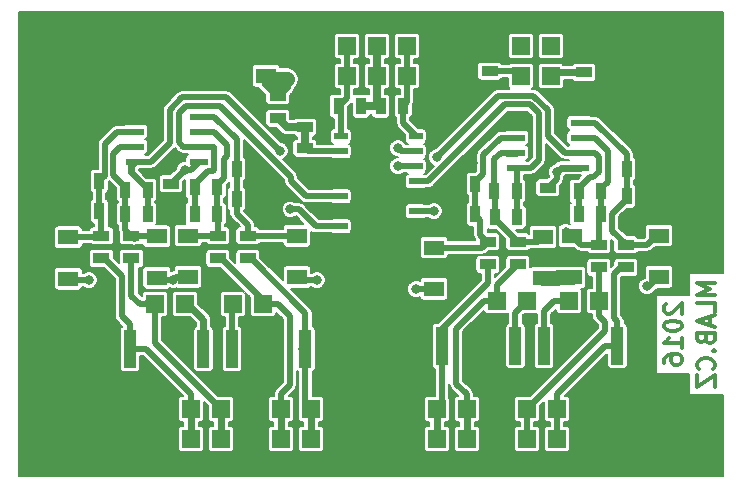
<source format=gbr>
G04 #@! TF.FileFunction,Copper,L2,Bot,Signal*
%FSLAX46Y46*%
G04 Gerber Fmt 4.6, Leading zero omitted, Abs format (unit mm)*
G04 Created by KiCad (PCBNEW (2016-09-17 revision 679eef1)-makepkg) date 09/29/16 07:26:36*
%MOMM*%
%LPD*%
G01*
G04 APERTURE LIST*
%ADD10C,0.500000*%
%ADD11C,0.300000*%
%ADD12R,0.889000X1.397000*%
%ADD13R,1.550000X0.600000*%
%ADD14R,1.397000X0.889000*%
%ADD15R,1.699260X1.300480*%
%ADD16R,1.524000X1.524000*%
%ADD17C,6.000000*%
%ADD18R,1.143000X0.600000*%
%ADD19R,1.000000X3.200000*%
%ADD20C,0.800000*%
%ADD21C,0.600000*%
%ADD22C,1.300000*%
%ADD23C,0.700000*%
%ADD24C,0.200000*%
G04 APERTURE END LIST*
D10*
D11*
X59606571Y17021428D02*
X58106571Y17021428D01*
X59178000Y16521428D01*
X58106571Y16021428D01*
X59606571Y16021428D01*
X59606571Y14592857D02*
X59606571Y15307142D01*
X58106571Y15307142D01*
X59178000Y14164285D02*
X59178000Y13450000D01*
X59606571Y14307142D02*
X58106571Y13807142D01*
X59606571Y13307142D01*
X58820857Y12307142D02*
X58892285Y12092857D01*
X58963714Y12021428D01*
X59106571Y11950000D01*
X59320857Y11950000D01*
X59463714Y12021428D01*
X59535142Y12092857D01*
X59606571Y12235714D01*
X59606571Y12807142D01*
X58106571Y12807142D01*
X58106571Y12307142D01*
X58178000Y12164285D01*
X58249428Y12092857D01*
X58392285Y12021428D01*
X58535142Y12021428D01*
X58678000Y12092857D01*
X58749428Y12164285D01*
X58820857Y12307142D01*
X58820857Y12807142D01*
X59463714Y11307142D02*
X59535142Y11235714D01*
X59606571Y11307142D01*
X59535142Y11378571D01*
X59463714Y11307142D01*
X59606571Y11307142D01*
X59463714Y9735714D02*
X59535142Y9807142D01*
X59606571Y10021428D01*
X59606571Y10164285D01*
X59535142Y10378571D01*
X59392285Y10521428D01*
X59249428Y10592857D01*
X58963714Y10664285D01*
X58749428Y10664285D01*
X58463714Y10592857D01*
X58320857Y10521428D01*
X58178000Y10378571D01*
X58106571Y10164285D01*
X58106571Y10021428D01*
X58178000Y9807142D01*
X58249428Y9735714D01*
X58106571Y9235714D02*
X58106571Y8235714D01*
X59606571Y9235714D01*
X59606571Y8235714D01*
X55455428Y15271428D02*
X55384000Y15200000D01*
X55312571Y15057142D01*
X55312571Y14700000D01*
X55384000Y14557142D01*
X55455428Y14485714D01*
X55598285Y14414285D01*
X55741142Y14414285D01*
X55955428Y14485714D01*
X56812571Y15342857D01*
X56812571Y14414285D01*
X55312571Y13485714D02*
X55312571Y13342857D01*
X55384000Y13200000D01*
X55455428Y13128571D01*
X55598285Y13057142D01*
X55884000Y12985714D01*
X56241142Y12985714D01*
X56526857Y13057142D01*
X56669714Y13128571D01*
X56741142Y13200000D01*
X56812571Y13342857D01*
X56812571Y13485714D01*
X56741142Y13628571D01*
X56669714Y13700000D01*
X56526857Y13771428D01*
X56241142Y13842857D01*
X55884000Y13842857D01*
X55598285Y13771428D01*
X55455428Y13700000D01*
X55384000Y13628571D01*
X55312571Y13485714D01*
X56812571Y11557142D02*
X56812571Y12414285D01*
X56812571Y11985714D02*
X55312571Y11985714D01*
X55526857Y12128571D01*
X55669714Y12271428D01*
X55741142Y12414285D01*
X55312571Y10271428D02*
X55312571Y10557142D01*
X55384000Y10700000D01*
X55455428Y10771428D01*
X55669714Y10914285D01*
X55955428Y10985714D01*
X56526857Y10985714D01*
X56669714Y10914285D01*
X56741142Y10842857D01*
X56812571Y10700000D01*
X56812571Y10414285D01*
X56741142Y10271428D01*
X56669714Y10200000D01*
X56526857Y10128571D01*
X56169714Y10128571D01*
X56026857Y10200000D01*
X55955428Y10271428D01*
X55884000Y10414285D01*
X55884000Y10700000D01*
X55955428Y10842857D01*
X56026857Y10914285D01*
X56169714Y10985714D01*
D12*
X7493000Y25654000D03*
X5588000Y25654000D03*
X37401500Y25400000D03*
X39306500Y25400000D03*
X39306500Y22860000D03*
X37401500Y22860000D03*
X40919400Y24841200D03*
X42824400Y24841200D03*
D13*
X42766000Y26797000D03*
X42766000Y28067000D03*
X42766000Y29337000D03*
X42766000Y30607000D03*
X48166000Y30607000D03*
X48166000Y29337000D03*
X48166000Y28067000D03*
X48166000Y26797000D03*
D14*
X40538400Y34975800D03*
X40538400Y36880800D03*
D12*
X11582400Y22860000D03*
X9677400Y22860000D03*
D15*
X4876800Y20901660D03*
X4876800Y17401540D03*
D14*
X24892000Y28448000D03*
X24892000Y26543000D03*
X24892000Y30226000D03*
X24892000Y32131000D03*
D12*
X19113500Y26670000D03*
X21018500Y26670000D03*
D14*
X13563600Y25438100D03*
X13563600Y23533100D03*
D12*
X15557500Y22860000D03*
X17462500Y22860000D03*
X52133500Y24384000D03*
X54038500Y24384000D03*
X42862500Y22606000D03*
X40957500Y22606000D03*
X48069500Y24790400D03*
X49974500Y24790400D03*
D15*
X21590000Y34571940D03*
X21590000Y38072060D03*
X12344400Y20980400D03*
X12344400Y17480280D03*
X14986000Y21054060D03*
X14986000Y17553940D03*
X24231600Y21031200D03*
X24231600Y17531080D03*
X45059600Y20929600D03*
X45059600Y17429480D03*
X47498000Y21003260D03*
X47498000Y17503140D03*
X35814000Y20038060D03*
X35814000Y16537940D03*
X54864000Y21054060D03*
X54864000Y17553940D03*
D16*
X14732000Y15240000D03*
X12192000Y15240000D03*
X18796000Y15240000D03*
X21336000Y15240000D03*
X43688000Y15494000D03*
X41148000Y15494000D03*
X47244000Y15494000D03*
X49784000Y15494000D03*
X43180000Y34544000D03*
X43180000Y37084000D03*
X45720000Y34544000D03*
X45720000Y37084000D03*
X25908000Y34544000D03*
X25908000Y37084000D03*
X28448000Y34544000D03*
X28448000Y37084000D03*
X30988000Y34544000D03*
X30988000Y37084000D03*
X33528000Y34544000D03*
X33528000Y37084000D03*
X36068000Y34544000D03*
X36068000Y37084000D03*
D17*
X55880000Y35560000D03*
X5080000Y5080000D03*
X55880000Y5080000D03*
X5080000Y35560000D03*
D14*
X10210800Y21018500D03*
X10210800Y19113500D03*
X7670800Y21018500D03*
X7670800Y19113500D03*
X17526000Y21018500D03*
X17526000Y19113500D03*
X20066000Y21018500D03*
X20066000Y19113500D03*
D12*
X5588000Y23114000D03*
X7493000Y23114000D03*
X21018500Y24130000D03*
X19113500Y24130000D03*
X9677400Y24892000D03*
X11582400Y24892000D03*
X17462500Y25146000D03*
X15557500Y25146000D03*
D14*
X42926000Y20510500D03*
X42926000Y18605500D03*
X40386000Y20510500D03*
X40386000Y18605500D03*
X49784000Y20256500D03*
X49784000Y18351500D03*
X52070000Y20256500D03*
X52070000Y18351500D03*
D12*
X54038500Y26670000D03*
X52133500Y26670000D03*
X49974500Y22860000D03*
X48069500Y22860000D03*
D14*
X48514000Y34861500D03*
X48514000Y36766500D03*
D12*
X29654500Y32004000D03*
X27749500Y32004000D03*
X31305500Y32004000D03*
X33210500Y32004000D03*
D13*
X10508000Y27305000D03*
X10508000Y28575000D03*
X10508000Y29845000D03*
X10508000Y31115000D03*
X15908000Y31115000D03*
X15908000Y29845000D03*
X15908000Y28575000D03*
X15908000Y27305000D03*
D18*
X27940000Y21844000D03*
X27940000Y23114000D03*
X27940000Y24384000D03*
X27940000Y25654000D03*
X27940000Y26924000D03*
X27940000Y28194000D03*
X27940000Y29464000D03*
X34290000Y29464000D03*
X34290000Y28194000D03*
X34290000Y25654000D03*
X34290000Y24384000D03*
X34290000Y23114000D03*
X34290000Y21844000D03*
X34290000Y26924000D03*
D14*
X45466000Y25082500D03*
X45466000Y23177500D03*
D16*
X27940000Y3810000D03*
X27940000Y6350000D03*
X22860000Y3810000D03*
X22860000Y6350000D03*
X25400000Y3810000D03*
X25400000Y6350000D03*
X20320000Y3810000D03*
X20320000Y6350000D03*
X38608000Y3810000D03*
X38608000Y6350000D03*
X36068000Y3810000D03*
X36068000Y6350000D03*
X48768000Y3810000D03*
X48768000Y6350000D03*
X43688000Y3810000D03*
X43688000Y6350000D03*
X46228000Y3810000D03*
X46228000Y6350000D03*
X33528000Y3810000D03*
X33528000Y6350000D03*
X41148000Y3810000D03*
X41148000Y6350000D03*
X12700000Y3810000D03*
X12700000Y6350000D03*
X17780000Y3810000D03*
X17780000Y6350000D03*
X15240000Y3810000D03*
X15240000Y6350000D03*
D19*
X10108000Y11430000D03*
X16308000Y11430000D03*
X24944000Y11430000D03*
X18744000Y11430000D03*
X36524000Y11684000D03*
X42724000Y11684000D03*
X51360000Y11684000D03*
X45160000Y11684000D03*
D14*
X22606000Y30988000D03*
X22606000Y32893000D03*
D20*
X6604002Y27178000D03*
X5080000Y27178000D03*
X4064002Y22860000D03*
X4064000Y23876000D03*
X4064000Y25146000D03*
X4064000Y26416000D03*
X44958000Y19304000D03*
X44196000Y19558004D03*
X37592000Y21336000D03*
X38608000Y21336000D03*
X36830000Y24130000D03*
X39116000Y28135706D03*
X41177147Y30196853D03*
X39116000Y27178000D03*
X38129147Y27148853D03*
X20828000Y22606000D03*
X20066000Y39370000D03*
X19812000Y37846000D03*
X19558000Y34798000D03*
X19812000Y36322000D03*
X21590000Y36322000D03*
X24892000Y16002000D03*
X26162000Y14224000D03*
X27432000Y14224000D03*
X29464000Y14224000D03*
X38100000Y16510000D03*
X37084000Y15240000D03*
X35306000Y14478000D03*
X33020000Y14224000D03*
X50800000Y7620000D03*
X50800000Y8890000D03*
X52070000Y8890000D03*
X52832000Y10160000D03*
X52832000Y11684000D03*
X52832000Y12954000D03*
X52578000Y13970000D03*
X52324000Y15240000D03*
X52070000Y16256000D03*
X56134000Y18796000D03*
X55372000Y19558000D03*
X54356000Y19050000D03*
X53340000Y19304000D03*
X48260000Y19304000D03*
X47244000Y19304000D03*
X45720000Y27686000D03*
X44196000Y25908000D03*
X50292000Y37592000D03*
X49530000Y38608000D03*
X48260000Y38608000D03*
X37846000Y35560000D03*
X37846000Y37338000D03*
X37846000Y39116000D03*
X36068000Y39116000D03*
X25908000Y39116000D03*
X24384000Y39116000D03*
X23876000Y37592000D03*
X23876000Y36068000D03*
X26924000Y30480000D03*
X7620000Y15494000D03*
X8382000Y11684000D03*
X8636000Y9652000D03*
X10668000Y8636000D03*
X11684000Y19304000D03*
X12700000Y19304000D03*
X16002000Y19304000D03*
X14986000Y19304000D03*
X32004000Y25146000D03*
X36068000Y21844000D03*
X53086000Y21336000D03*
X52324000Y22606000D03*
X55626000Y23368000D03*
X55626000Y24892000D03*
X55626000Y26416000D03*
X55626000Y27686000D03*
X54610000Y28448000D03*
X49276000Y33528000D03*
X47752000Y33274000D03*
X47244000Y32004000D03*
X48514000Y32004000D03*
X49784000Y32004000D03*
X50800000Y30988000D03*
X51816000Y29972000D03*
X53086000Y28956000D03*
X44196000Y22352000D03*
X48006000Y13716000D03*
X47498000Y12700000D03*
X47369610Y11304390D03*
X42418000Y9398000D03*
X42164000Y8382000D03*
X41656000Y38862000D03*
X22860000Y22098000D03*
X21590000Y22098000D03*
X22352000Y23114000D03*
X22352000Y24892000D03*
X22098000Y26162000D03*
X13208000Y22352000D03*
X16764000Y15494000D03*
X17526000Y11938000D03*
X17526000Y13970000D03*
X19050000Y9144000D03*
X19304000Y7874000D03*
X12192014Y30988000D03*
X12192000Y29718000D03*
X3302000Y19304000D03*
X3302000Y20828000D03*
X3302000Y22098000D03*
X21082000Y31750000D03*
X20320000Y32512000D03*
X19558000Y33274000D03*
X18542000Y34036000D03*
X17018000Y34036000D03*
X15748000Y34036000D03*
X14478000Y34036000D03*
X13208000Y33274000D03*
X12446000Y32512000D03*
X11430000Y32512000D03*
X10160000Y32512000D03*
X9144000Y32258000D03*
X28956000Y18796000D03*
X28702000Y19812000D03*
X28956000Y20828000D03*
X28956000Y22860000D03*
X26416000Y23114000D03*
X26416000Y25908000D03*
X26416000Y26924000D03*
X8534400Y31089600D03*
X44399200Y24028400D03*
X13512800Y24343598D03*
X30988000Y7112000D03*
X30988000Y8636000D03*
X30988000Y13716000D03*
X30988000Y12700000D03*
X30988000Y11430000D03*
X30988000Y10160000D03*
X50800000Y6350000D03*
X50800000Y5080000D03*
X50800000Y3810000D03*
X32004000Y6350000D03*
X32004000Y5080000D03*
X32004000Y3810000D03*
X29972000Y6350000D03*
X29972000Y5080000D03*
X29972000Y3810000D03*
X10668000Y3302000D03*
X10668000Y4826000D03*
X10668000Y6350000D03*
X14732000Y26619200D03*
X46228000Y26416002D03*
X53848000Y16764000D03*
X46228000Y17429480D03*
X34289996Y16510000D03*
X25908000Y17272000D03*
X13716000Y17272000D03*
X6603990Y17272000D03*
X23368000Y34290000D03*
X23672799Y23266400D03*
X22784348Y28219948D03*
X36067996Y27686000D03*
X35814000Y23114000D03*
X32766000Y28448000D03*
X32766000Y26924000D03*
D11*
X6604002Y27743685D02*
X6604002Y27178000D01*
X6604002Y29159202D02*
X6604002Y27743685D01*
X8534400Y31089600D02*
X6604002Y29159202D01*
X4826000Y27178000D02*
X5080000Y27178000D01*
X4064000Y26416000D02*
X4826000Y27178000D01*
X3302000Y22098000D02*
X3702001Y22497999D01*
X3702001Y22497999D02*
X4064002Y22860000D01*
X4064000Y25146000D02*
X4064000Y23876000D01*
X4463999Y26815999D02*
X4064000Y26416000D01*
X5334000Y27178000D02*
X4826000Y27178000D01*
X4826000Y27178000D02*
X4463999Y26815999D01*
X44958000Y19361689D02*
X44958000Y19304000D01*
X44761685Y19558004D02*
X44958000Y19361689D01*
X44196000Y19558004D02*
X44761685Y19558004D01*
X47244000Y19304000D02*
X44958000Y19304000D01*
X36576000Y21336000D02*
X37026315Y21336000D01*
X37026315Y21336000D02*
X37592000Y21336000D01*
X36068000Y21844000D02*
X36576000Y21336000D01*
X38208001Y21735999D02*
X38608000Y21336000D01*
X37655500Y22288500D02*
X38208001Y21735999D01*
X37655500Y23368000D02*
X37655500Y22288500D01*
X36576000Y24384000D02*
X36830000Y24130000D01*
X34290000Y24384000D02*
X36576000Y24384000D01*
D10*
X41177147Y30196853D02*
X39116000Y28135706D01*
X37655500Y25400000D02*
X37655500Y26675206D01*
X37655500Y26675206D02*
X38129147Y27148853D01*
D11*
X38417500Y25400000D02*
X37338000Y25400000D01*
X37338000Y25400000D02*
X37084000Y25146000D01*
X21082000Y22606000D02*
X20828000Y22606000D01*
X20828000Y23114000D02*
X20828000Y22606000D01*
X21590000Y22098000D02*
X21082000Y22606000D01*
D10*
X19812000Y37846000D02*
X19812000Y39116000D01*
X19812000Y39116000D02*
X20066000Y39370000D01*
X19812000Y36322000D02*
X19812000Y35052000D01*
X19812000Y35052000D02*
X19558000Y34798000D01*
X23876000Y36068000D02*
X21844000Y36068000D01*
X21844000Y36068000D02*
X21590000Y36322000D01*
D11*
X26162000Y14224000D02*
X26162000Y14732000D01*
X26162000Y14732000D02*
X24892000Y16002000D01*
X29464000Y14224000D02*
X27432000Y14224000D01*
X37084000Y15240000D02*
X37084000Y15494000D01*
X37084000Y15494000D02*
X38100000Y16510000D01*
X33020000Y14224000D02*
X35052000Y14224000D01*
X35052000Y14224000D02*
X35306000Y14478000D01*
X50800000Y8890000D02*
X50800000Y7620000D01*
X52832000Y10160000D02*
X52832000Y9652000D01*
X52832000Y9652000D02*
X52070000Y8890000D01*
X52832000Y12954000D02*
X52832000Y11684000D01*
X52324000Y15240000D02*
X52324000Y14224000D01*
X52324000Y14224000D02*
X52578000Y13970000D01*
X53340000Y19304000D02*
X53340000Y17526000D01*
X53340000Y17526000D02*
X52070000Y16256000D01*
X54356000Y19050000D02*
X54864000Y19050000D01*
X54864000Y19050000D02*
X55372000Y19558000D01*
X48260000Y19304000D02*
X53340000Y19304000D01*
X44399200Y24028400D02*
X44196000Y24231600D01*
X44196000Y24231600D02*
X44196000Y25908000D01*
X49530000Y38608000D02*
X49530000Y38354000D01*
X49530000Y38354000D02*
X50292000Y37592000D01*
X48514000Y36766500D02*
X48514000Y38354000D01*
X48514000Y38354000D02*
X48260000Y38608000D01*
X37846000Y39116000D02*
X37846000Y37338000D01*
X36068000Y37084000D02*
X36068000Y39116000D01*
X23876000Y37592000D02*
X23876000Y38608000D01*
X23876000Y38608000D02*
X24384000Y39116000D01*
X25908000Y37084000D02*
X24892000Y37084000D01*
X24892000Y37084000D02*
X23876000Y36068000D01*
X25146000Y32131000D02*
X26797000Y30480000D01*
X24892000Y32131000D02*
X25146000Y32131000D01*
X25273000Y32131000D02*
X26524001Y30879999D01*
X25019000Y32131000D02*
X25273000Y32131000D01*
X26524001Y30879999D02*
X26924000Y30480000D01*
X26797000Y30480000D02*
X26924000Y30480000D01*
X8636000Y9652000D02*
X8636000Y11430000D01*
X8636000Y11430000D02*
X8382000Y11684000D01*
X12700000Y6350000D02*
X12700000Y7412000D01*
X12700000Y7412000D02*
X11476000Y8636000D01*
X11476000Y8636000D02*
X10668000Y8636000D01*
X16002000Y19304000D02*
X12700000Y19304000D01*
X13208000Y22352000D02*
X13607999Y21952001D01*
X13607999Y21952001D02*
X13607999Y20212189D01*
X13607999Y20212189D02*
X14516188Y19304000D01*
X14516188Y19304000D02*
X14986000Y19304000D01*
X32403999Y24746001D02*
X32004000Y25146000D01*
X32766000Y24384000D02*
X32403999Y24746001D01*
X34290000Y24384000D02*
X32766000Y24384000D01*
X52324000Y22606000D02*
X52324000Y22098000D01*
X52324000Y22098000D02*
X53086000Y21336000D01*
X55626000Y24892000D02*
X55626000Y23368000D01*
X55626000Y27686000D02*
X55626000Y26416000D01*
X53086000Y28956000D02*
X54102000Y28956000D01*
X54102000Y28956000D02*
X54610000Y28448000D01*
X47244000Y32004000D02*
X47244000Y32766000D01*
X47244000Y32766000D02*
X47752000Y33274000D01*
X49784000Y32004000D02*
X48514000Y32004000D01*
X51816000Y29972000D02*
X50800000Y30988000D01*
X54038500Y26670000D02*
X54038500Y28003500D01*
X54038500Y28003500D02*
X53086000Y28956000D01*
X45466000Y23177500D02*
X45021500Y23177500D01*
X45021500Y23177500D02*
X44196000Y22352000D01*
X47369610Y11304390D02*
X47369610Y12571610D01*
X47369610Y12571610D02*
X47498000Y12700000D01*
X42164000Y8382000D02*
X42164000Y9144000D01*
X42164000Y9144000D02*
X42418000Y9398000D01*
X41256001Y38462001D02*
X41656000Y38862000D01*
X40538400Y37744400D02*
X41256001Y38462001D01*
X40538400Y36880800D02*
X40538400Y37744400D01*
X22352000Y24892000D02*
X22352000Y23114000D01*
X21018500Y24638000D02*
X21018500Y25082500D01*
X21018500Y25082500D02*
X22098000Y26162000D01*
X13563600Y23533100D02*
X13563600Y22707600D01*
X13563600Y22707600D02*
X13208000Y22352000D01*
X17526000Y9827998D02*
X17526000Y11938000D01*
X17526000Y11938000D02*
X17526000Y13970000D01*
X19050000Y9144000D02*
X18209998Y9144000D01*
X18209998Y9144000D02*
X17526000Y9827998D01*
X20320000Y6350000D02*
X20320000Y6858000D01*
X20320000Y6858000D02*
X19304000Y7874000D01*
X12065014Y31115000D02*
X12192014Y30988000D01*
X10508000Y31115000D02*
X12065014Y31115000D01*
X3302000Y20828000D02*
X3302000Y19304000D01*
X3302000Y22098000D02*
X3048000Y22098000D01*
X19558000Y33274000D02*
X20320000Y32512000D01*
X17018000Y34036000D02*
X18542000Y34036000D01*
X14478000Y34036000D02*
X15748000Y34036000D01*
X12446000Y32512000D02*
X13208000Y33274000D01*
X10160000Y32512000D02*
X11430000Y32512000D01*
X8534400Y31089600D02*
X8534400Y31648400D01*
X8534400Y31648400D02*
X9144000Y32258000D01*
X28702000Y19812000D02*
X28702000Y19050000D01*
X28702000Y19050000D02*
X28956000Y18796000D01*
X28956000Y22860000D02*
X28956000Y20828000D01*
X27940000Y23114000D02*
X26416000Y23114000D01*
X27940000Y26924000D02*
X26416000Y26924000D01*
D10*
X10508000Y31115000D02*
X8559800Y31115000D01*
X8559800Y31115000D02*
X8534400Y31089600D01*
X45466000Y23177500D02*
X45250100Y23177500D01*
X45250100Y23177500D02*
X44399200Y24028400D01*
X13563600Y23533100D02*
X13563600Y24292798D01*
X13563600Y24292798D02*
X13512800Y24343598D01*
D11*
X42766000Y30607000D02*
X43307000Y30607000D01*
X30988000Y10160000D02*
X30988000Y8636000D01*
X30988000Y11430000D02*
X30988000Y12700000D01*
X32004000Y6350000D02*
X32004000Y9144000D01*
X32004000Y9144000D02*
X30988000Y10160000D01*
X10508000Y31115000D02*
X9017000Y31115000D01*
X9017000Y31115000D02*
X8128000Y32004000D01*
X50800000Y3810000D02*
X50800000Y5080000D01*
X32004000Y5080000D02*
X32004000Y6350000D01*
X33528000Y3810000D02*
X32004000Y3810000D01*
X29972000Y3810000D02*
X29972000Y5080000D01*
X10668000Y4826000D02*
X10668000Y3302000D01*
X12700000Y6350000D02*
X10668000Y6350000D01*
X34290000Y21844000D02*
X36068000Y21844000D01*
X36068000Y21844000D02*
X36322000Y21590000D01*
D10*
X14732000Y26619200D02*
X14732000Y26606500D01*
X14732000Y26606500D02*
X13563600Y25438100D01*
X14732000Y26619200D02*
X15222200Y26619200D01*
X15222200Y26619200D02*
X15908000Y27305000D01*
X46228000Y26416002D02*
X46228000Y25844500D01*
X46228000Y25844500D02*
X45466000Y25082500D01*
D21*
X48166000Y26797000D02*
X46608998Y26797000D01*
X46608998Y26797000D02*
X46228000Y26416002D01*
D10*
X53848000Y16764000D02*
X54074060Y16764000D01*
X54074060Y16764000D02*
X54864000Y17553940D01*
X25908000Y17272000D02*
X24490680Y17272000D01*
X24490680Y17272000D02*
X24231600Y17531080D01*
D22*
X22606000Y34290000D02*
X21871940Y34290000D01*
X23368000Y34290000D02*
X22606000Y34290000D01*
D23*
X22606000Y34290000D02*
X22606000Y32893000D01*
X23368000Y34290000D02*
X23368000Y33655000D01*
X23368000Y33655000D02*
X22606000Y32893000D01*
X21590000Y34571940D02*
X21590000Y33909000D01*
X21590000Y33909000D02*
X22606000Y32893000D01*
D10*
X15430500Y27305000D02*
X15908000Y27305000D01*
X13716000Y17272000D02*
X12552680Y17272000D01*
X12552680Y17272000D02*
X12344400Y17480280D01*
X14986000Y17553940D02*
X13997940Y17553940D01*
X13997940Y17553940D02*
X13716000Y17272000D01*
X6603990Y17272000D02*
X5006340Y17272000D01*
X5006340Y17272000D02*
X4876800Y17401540D01*
X34289996Y16510000D02*
X35786060Y16510000D01*
X35786060Y16510000D02*
X35814000Y16537940D01*
D22*
X45059600Y17429480D02*
X46228000Y17429480D01*
X47498000Y17503140D02*
X46301660Y17503140D01*
X46301660Y17503140D02*
X46228000Y17429480D01*
X21871940Y34290000D02*
X21590000Y34571940D01*
D23*
X30988000Y34544000D02*
X30988000Y32321500D01*
X30988000Y32321500D02*
X31305500Y32004000D01*
X29654500Y32004000D02*
X31305500Y32004000D01*
X30988000Y37084000D02*
X30988000Y34544000D01*
D10*
X10508000Y27305000D02*
X11873004Y27305000D01*
X11873004Y27305000D02*
X13462000Y28893996D01*
X13462000Y28893996D02*
X13462000Y31704676D01*
X13462000Y31704676D02*
X14511334Y32754010D01*
X18250286Y32754010D02*
X22384349Y28619947D01*
X14511334Y32754010D02*
X18250286Y32754010D01*
X22384349Y28619947D02*
X22784348Y28219948D01*
X27940000Y21844000D02*
X25818672Y21844000D01*
X25818672Y21844000D02*
X24396272Y23266400D01*
X24396272Y23266400D02*
X24238484Y23266400D01*
X24238484Y23266400D02*
X23672799Y23266400D01*
X11582400Y24892000D02*
X11582400Y24993600D01*
X11582400Y24993600D02*
X10160000Y26416000D01*
X11582400Y22860000D02*
X11582400Y24892000D01*
D21*
X10160000Y26981685D02*
X10160000Y26416000D01*
X10508000Y27305000D02*
X10483315Y27305000D01*
X10483315Y27305000D02*
X10160000Y26981685D01*
D10*
X15908000Y28575000D02*
X14605000Y28575000D01*
X14605000Y28575000D02*
X14224000Y28956000D01*
X14224000Y28956000D02*
X14224000Y31406002D01*
X14224000Y31406002D02*
X14821998Y32004000D01*
X14821998Y32004000D02*
X17727502Y32004000D01*
X17727502Y32004000D02*
X23693499Y26038003D01*
X23693499Y26038003D02*
X23693499Y25698499D01*
X23693499Y25698499D02*
X25007998Y24384000D01*
X25007998Y24384000D02*
X26416000Y24384000D01*
X26416000Y24384000D02*
X27940000Y24384000D01*
X15557500Y25146000D02*
X15557500Y25400000D01*
X17183003Y28574997D02*
X17183000Y28575000D01*
X15557500Y25400000D02*
X16662499Y26504999D01*
X16662499Y26504999D02*
X17083001Y26504999D01*
X17083001Y26504999D02*
X17183003Y26605002D01*
X17183003Y26605002D02*
X17183003Y28574997D01*
X17183000Y28575000D02*
X15908000Y28575000D01*
X15557500Y23368000D02*
X15557500Y25146000D01*
X42766000Y26797000D02*
X44041000Y26797000D01*
X44704000Y31384008D02*
X43942000Y32146008D01*
X44041000Y26797000D02*
X44704000Y27460000D01*
X44704000Y27460000D02*
X44704000Y31384008D01*
X43942000Y32146008D02*
X41853508Y32146008D01*
X41853508Y32146008D02*
X35361500Y25654000D01*
X35361500Y25654000D02*
X34290000Y25654000D01*
X42824400Y24841200D02*
X42824400Y26738600D01*
X42824400Y26738600D02*
X42766000Y26797000D01*
X42875200Y22809200D02*
X42875200Y24790400D01*
X42875200Y24790400D02*
X42824400Y24841200D01*
X42766000Y26797000D02*
X42455490Y26797000D01*
X36467995Y28085999D02*
X36067996Y27686000D01*
X41278014Y32896018D02*
X36467995Y28085999D01*
X44252664Y32896018D02*
X41278014Y32896018D01*
X46891000Y28067000D02*
X45454010Y29503990D01*
X48166000Y28067000D02*
X46891000Y28067000D01*
X45454009Y31694673D02*
X44252664Y32896018D01*
X45454010Y29503990D02*
X45454009Y31694673D01*
X35814000Y23114000D02*
X34290000Y23114000D01*
X48069500Y22860000D02*
X48069500Y24790400D01*
X49784000Y26439998D02*
X49784000Y27724000D01*
X49784000Y27724000D02*
X49441000Y28067000D01*
X49441000Y28067000D02*
X48166000Y28067000D01*
X48069500Y24790400D02*
X48069500Y25044400D01*
X48069500Y25044400D02*
X49014000Y25988900D01*
X49014000Y25988900D02*
X49332902Y25988900D01*
X49332902Y25988900D02*
X49784000Y26439998D01*
D21*
X16308000Y11430000D02*
X16308000Y13918000D01*
X16308000Y13918000D02*
X14732000Y15494000D01*
D10*
X18744000Y11430000D02*
X18744000Y15188000D01*
X18744000Y15188000D02*
X18796000Y15240000D01*
X42724000Y11684000D02*
X42724000Y14530000D01*
X42724000Y14530000D02*
X43688000Y15494000D01*
X45160000Y11684000D02*
X45160000Y13716000D01*
X45160000Y13716000D02*
X45160000Y14172000D01*
X45160000Y14672000D02*
X45160000Y13716000D01*
X47244000Y15494000D02*
X45982000Y15494000D01*
X45982000Y15494000D02*
X45160000Y14672000D01*
X27940000Y29464000D02*
X27940000Y31813500D01*
X27940000Y31813500D02*
X27749500Y32004000D01*
X28448000Y34544000D02*
X28448000Y32702500D01*
X28448000Y32702500D02*
X27749500Y32004000D01*
X28448000Y37084000D02*
X28448000Y34544000D01*
X33210500Y32004000D02*
X33210500Y30543500D01*
X33210500Y30543500D02*
X34290000Y29464000D01*
X33528000Y34544000D02*
X33528000Y32321500D01*
X33528000Y32321500D02*
X33210500Y32004000D01*
X33528000Y37084000D02*
X33528000Y34544000D01*
X40538400Y34975800D02*
X42748200Y34975800D01*
X42748200Y34975800D02*
X43180000Y34544000D01*
X34290000Y28194000D02*
X33020000Y28194000D01*
X33020000Y28194000D02*
X32766000Y28448000D01*
X34290000Y26924000D02*
X32766000Y26924000D01*
D21*
X48514000Y34861500D02*
X46037500Y34861500D01*
X46037500Y34861500D02*
X45720000Y34544000D01*
D10*
X12192000Y15240000D02*
X10930000Y15240000D01*
X10930000Y15240000D02*
X10210800Y15959200D01*
X10210800Y15959200D02*
X10210800Y18169000D01*
X10210800Y18169000D02*
X10210800Y19113500D01*
X17780000Y6350000D02*
X12192000Y11938000D01*
X12192000Y11938000D02*
X12192000Y15240000D01*
D11*
X12192000Y15494000D02*
X11551000Y15494000D01*
D21*
X17780000Y6350000D02*
X17780000Y6777998D01*
X17780000Y3810000D02*
X17780000Y6350000D01*
D10*
X10108000Y11430000D02*
X10108000Y13530000D01*
X10108000Y13530000D02*
X9398000Y14240000D01*
X9398000Y14240000D02*
X9398000Y17640300D01*
X9398000Y17640300D02*
X7924800Y19113500D01*
X7924800Y19113500D02*
X7670800Y19113500D01*
X10108000Y11430000D02*
X10108000Y12648000D01*
X15240000Y7620000D02*
X11430000Y11430000D01*
X11430000Y11430000D02*
X10108000Y11430000D01*
X15240000Y6350000D02*
X15240000Y7620000D01*
X10108000Y11430000D02*
X10108000Y12515000D01*
X10108000Y11430000D02*
X10108000Y12083340D01*
D21*
X15240000Y3810000D02*
X15240000Y6350000D01*
D10*
X24944000Y11430000D02*
X24944000Y14489500D01*
X24944000Y14489500D02*
X20320000Y19113500D01*
X20320000Y19113500D02*
X20066000Y19113500D01*
X24944000Y11430000D02*
X24944000Y6806000D01*
X24944000Y6806000D02*
X25400000Y6350000D01*
D11*
X24944000Y11430000D02*
X24505000Y11430000D01*
D21*
X25400000Y3810000D02*
X25400000Y6350000D01*
D10*
X36524000Y13165167D02*
X40376849Y17018000D01*
X40386000Y18605500D02*
X40386000Y17027151D01*
X40386000Y17027151D02*
X40376849Y17018000D01*
X36524000Y11684000D02*
X36524000Y13165167D01*
X36524000Y11684000D02*
X36524000Y6806000D01*
X36524000Y6806000D02*
X36068000Y6350000D01*
D21*
X40132000Y18605500D02*
X40386000Y18605500D01*
X36068000Y3810000D02*
X36068000Y6350000D01*
D10*
X51816000Y18351500D02*
X51625500Y18351500D01*
X51625500Y18351500D02*
X51046001Y17772001D01*
X51046001Y17772001D02*
X51046001Y14097999D01*
X51046001Y14097999D02*
X51360000Y13784000D01*
X51360000Y13784000D02*
X51360000Y11684000D01*
X46228000Y6350000D02*
X46228000Y7612000D01*
X46228000Y7612000D02*
X50300000Y11684000D01*
X50300000Y11684000D02*
X50360000Y11684000D01*
X50360000Y11684000D02*
X51360000Y11684000D01*
X46228000Y6350000D02*
X46228000Y3810000D01*
X22860000Y6350000D02*
X22860000Y7612000D01*
X22860000Y7612000D02*
X23622000Y8374000D01*
X23622000Y8374000D02*
X23622000Y14216000D01*
X23622000Y14216000D02*
X22598000Y15240000D01*
X22598000Y15240000D02*
X21336000Y15240000D01*
X21336000Y15240000D02*
X21336000Y15557500D01*
X21336000Y15557500D02*
X17780000Y19113500D01*
X17780000Y19113500D02*
X17526000Y19113500D01*
D21*
X22860000Y3810000D02*
X22860000Y6350000D01*
D10*
X38608000Y6350000D02*
X38608000Y7612000D01*
X38608000Y7612000D02*
X37712990Y8507010D01*
X37712990Y8507010D02*
X37712990Y13176590D01*
X37712990Y13176590D02*
X40030400Y15494000D01*
X40030400Y15494000D02*
X41148000Y15494000D01*
X41148000Y15494000D02*
X41148000Y16827500D01*
X41148000Y16827500D02*
X42926000Y18605500D01*
D21*
X38608000Y3810000D02*
X38608000Y6350000D01*
D10*
X43688000Y6350000D02*
X43688000Y3810000D01*
X50292000Y12953986D02*
X43688014Y6350000D01*
X43688014Y6350000D02*
X43688000Y6350000D01*
X50292000Y13724000D02*
X50292000Y12953986D01*
X49784000Y15494000D02*
X49784000Y14232000D01*
X49784000Y14232000D02*
X50292000Y13724000D01*
X49784000Y18351500D02*
X49784000Y15494000D01*
X49784000Y15494000D02*
X50171000Y15494000D01*
X10508000Y29845000D02*
X9017000Y29845000D01*
X9017000Y29845000D02*
X7956010Y28784010D01*
X7956010Y28784010D02*
X7956010Y26117010D01*
X7956010Y26117010D02*
X7493000Y25654000D01*
X7493000Y23114000D02*
X7493000Y25654000D01*
X7670800Y21018500D02*
X7670800Y22936200D01*
X7670800Y22936200D02*
X7493000Y23114000D01*
X7874000Y21221700D02*
X7670800Y21018500D01*
X4876800Y20901660D02*
X7553960Y20901660D01*
X7553960Y20901660D02*
X7670800Y21018500D01*
D21*
X7762301Y21110001D02*
X7670800Y21018500D01*
D10*
X17203454Y31115000D02*
X17183000Y31115000D01*
X19113500Y26670000D02*
X19113500Y29204954D01*
X17183000Y31115000D02*
X15908000Y31115000D01*
X19113500Y29204954D02*
X17203454Y31115000D01*
X20066000Y21018500D02*
X24218900Y21018500D01*
X24218900Y21018500D02*
X24231600Y21031200D01*
X19113500Y24638000D02*
X19113500Y22915500D01*
X20066000Y21963000D02*
X20066000Y21018500D01*
X19113500Y22915500D02*
X20066000Y21963000D01*
X19113500Y24638000D02*
X19113500Y26670000D01*
X15908000Y31115000D02*
X16383000Y31115000D01*
X9677400Y24892000D02*
X9677400Y25146000D01*
X9677400Y25146000D02*
X8636000Y26187400D01*
X8636000Y26187400D02*
X8636000Y27978000D01*
X8636000Y27978000D02*
X9233000Y28575000D01*
X9233000Y28575000D02*
X10508000Y28575000D01*
X9652000Y24892000D02*
X9677400Y24892000D01*
X9677400Y22860000D02*
X9677400Y21551900D01*
X9677400Y21551900D02*
X10210800Y21018500D01*
X9677400Y24892000D02*
X9677400Y22860000D01*
X10210800Y21018500D02*
X12306300Y21018500D01*
X12306300Y21018500D02*
X12344400Y20980400D01*
X9956800Y21018500D02*
X10210800Y21018500D01*
D21*
X10401300Y20828000D02*
X10210800Y21018500D01*
D10*
X15908000Y29845000D02*
X17195800Y29845000D01*
X18034000Y27573198D02*
X18034000Y26670000D01*
X18288000Y27827198D02*
X18034000Y27573198D01*
X18288000Y28752800D02*
X18288000Y27827198D01*
X17195800Y29845000D02*
X18288000Y28752800D01*
X15908000Y29845000D02*
X16585826Y29845000D01*
X17462500Y25336500D02*
X18034000Y25908000D01*
X18034000Y25908000D02*
X18034000Y26670000D01*
X17462500Y25146000D02*
X17462500Y25336500D01*
X18034000Y26670000D02*
X18034000Y26416000D01*
X14986000Y21054060D02*
X17490440Y21054060D01*
X17490440Y21054060D02*
X17526000Y21018500D01*
X17462500Y23368000D02*
X17462500Y25146000D01*
X17526000Y21018500D02*
X17526000Y23304500D01*
X17526000Y23304500D02*
X17462500Y23368000D01*
X17780000Y21018500D02*
X17526000Y21018500D01*
X15908000Y29845000D02*
X16383000Y29845000D01*
X39306500Y22860000D02*
X39762001Y22404499D01*
X39762001Y22404499D02*
X39762001Y21134499D01*
X39762001Y21134499D02*
X40386000Y20510500D01*
X39306500Y25400000D02*
X39306500Y22860000D01*
X40016001Y26300001D02*
X39306500Y25590500D01*
X39306500Y25590500D02*
X39306500Y25400000D01*
X42766000Y29337000D02*
X41491000Y29337000D01*
X41491000Y29337000D02*
X40016001Y27862001D01*
X40016001Y27862001D02*
X40016001Y26300001D01*
X40386000Y20510500D02*
X40012999Y20883501D01*
D21*
X40132000Y20510500D02*
X40386000Y20510500D01*
D10*
X35814000Y20038060D02*
X39913560Y20038060D01*
X39913560Y20038060D02*
X40386000Y20510500D01*
D11*
X39560500Y23368000D02*
X39560500Y22815340D01*
D21*
X40386000Y20510500D02*
X40278502Y20510500D01*
D10*
X52133500Y24384000D02*
X52133500Y24130000D01*
X52133500Y24130000D02*
X50919001Y22915501D01*
X50919001Y22915501D02*
X50919001Y21470999D01*
X50919001Y21470999D02*
X52070000Y20320000D01*
X52070000Y20320000D02*
X52070000Y20256500D01*
X52133500Y26670000D02*
X52133500Y27914500D01*
X52133500Y27914500D02*
X49441000Y30607000D01*
X49441000Y30607000D02*
X48166000Y30607000D01*
X52133500Y24384000D02*
X52133500Y26670000D01*
X51625500Y20458002D02*
X51625500Y20256500D01*
X51625500Y20256500D02*
X51816000Y20256500D01*
X51816000Y20256500D02*
X53863240Y20256500D01*
X53863240Y20256500D02*
X54660800Y21054060D01*
X40957500Y22606000D02*
X40957500Y22479000D01*
X40957500Y22479000D02*
X42926000Y20510500D01*
X40970200Y22809200D02*
X40970200Y22466300D01*
X40970200Y22466300D02*
X42926000Y20510500D01*
X42926000Y20510500D02*
X44640500Y20510500D01*
X44640500Y20510500D02*
X45059600Y20929600D01*
X40919400Y24841200D02*
X40919400Y27495400D01*
X40919400Y27495400D02*
X41491000Y28067000D01*
X41491000Y28067000D02*
X42766000Y28067000D01*
X40970200Y22809200D02*
X40970200Y24790400D01*
X40970200Y24790400D02*
X40919400Y24841200D01*
X42672000Y20510500D02*
X42926000Y20510500D01*
D21*
X41995811Y28067000D02*
X42766000Y28067000D01*
D10*
X47498000Y21003260D02*
X46978010Y21523250D01*
X49974500Y24790400D02*
X49974500Y22860000D01*
X49974500Y24790400D02*
X49974500Y25044400D01*
X49441000Y29337000D02*
X48166000Y29337000D01*
X49974500Y25044400D02*
X50534009Y25603909D01*
X50534009Y25603909D02*
X50534009Y28243991D01*
X50534009Y28243991D02*
X49441000Y29337000D01*
X49784000Y20256500D02*
X49784000Y22669500D01*
X49784000Y22669500D02*
X49974500Y22860000D01*
X49784000Y20256500D02*
X48244760Y20256500D01*
X48244760Y20256500D02*
X47498000Y21003260D01*
D21*
X49720500Y20320000D02*
X49784000Y20256500D01*
D10*
X27940000Y28194000D02*
X25146000Y28194000D01*
X25146000Y28194000D02*
X24892000Y28448000D01*
D23*
X24892000Y30226000D02*
X23368000Y30226000D01*
X23368000Y30226000D02*
X22606000Y30988000D01*
X24892000Y28448000D02*
X24892000Y30226000D01*
D24*
G36*
X60281000Y17878572D02*
X57423000Y17878572D01*
X57423000Y16057143D01*
X54629000Y16057143D01*
X54629000Y9342857D01*
X57423000Y9342857D01*
X57423000Y7521429D01*
X60281000Y7521429D01*
X60281000Y679000D01*
X679000Y679000D01*
X679000Y18051780D01*
X3670314Y18051780D01*
X3670314Y16751300D01*
X3697478Y16614737D01*
X3774835Y16498965D01*
X3890607Y16421608D01*
X4027170Y16394444D01*
X5726430Y16394444D01*
X5862993Y16421608D01*
X5978765Y16498965D01*
X6056122Y16614737D01*
X6067512Y16672000D01*
X6143209Y16672000D01*
X6178595Y16636552D01*
X6454151Y16522131D01*
X6752520Y16521870D01*
X7028276Y16635811D01*
X7239438Y16846605D01*
X7353859Y17122161D01*
X7354120Y17420530D01*
X7240179Y17696286D01*
X7029385Y17907448D01*
X6753829Y18021869D01*
X6455460Y18022130D01*
X6179704Y17908189D01*
X6143452Y17872000D01*
X6083286Y17872000D01*
X6083286Y18051780D01*
X6056122Y18188343D01*
X5978765Y18304115D01*
X5862993Y18381472D01*
X5726430Y18408636D01*
X4027170Y18408636D01*
X3890607Y18381472D01*
X3774835Y18304115D01*
X3697478Y18188343D01*
X3670314Y18051780D01*
X679000Y18051780D01*
X679000Y19558000D01*
X6615444Y19558000D01*
X6615444Y18669000D01*
X6642608Y18532437D01*
X6719965Y18416665D01*
X6835737Y18339308D01*
X6972300Y18312144D01*
X7877628Y18312144D01*
X8798000Y17391772D01*
X8798000Y14240000D01*
X8843672Y14010390D01*
X8973736Y13815736D01*
X9446466Y13343006D01*
X9355665Y13282335D01*
X9278308Y13166563D01*
X9251144Y13030000D01*
X9251144Y9830000D01*
X9278308Y9693437D01*
X9355665Y9577665D01*
X9471437Y9500308D01*
X9608000Y9473144D01*
X10608000Y9473144D01*
X10744563Y9500308D01*
X10860335Y9577665D01*
X10937692Y9693437D01*
X10964856Y9830000D01*
X10964856Y10830000D01*
X11181472Y10830000D01*
X14542616Y7468856D01*
X14478000Y7468856D01*
X14341437Y7441692D01*
X14225665Y7364335D01*
X14148308Y7248563D01*
X14121144Y7112000D01*
X14121144Y5588000D01*
X14148308Y5451437D01*
X14225665Y5335665D01*
X14341437Y5258308D01*
X14478000Y5231144D01*
X14590000Y5231144D01*
X14590000Y4928856D01*
X14478000Y4928856D01*
X14341437Y4901692D01*
X14225665Y4824335D01*
X14148308Y4708563D01*
X14121144Y4572000D01*
X14121144Y3048000D01*
X14148308Y2911437D01*
X14225665Y2795665D01*
X14341437Y2718308D01*
X14478000Y2691144D01*
X16002000Y2691144D01*
X16138563Y2718308D01*
X16254335Y2795665D01*
X16331692Y2911437D01*
X16358856Y3048000D01*
X16358856Y4572000D01*
X16331692Y4708563D01*
X16254335Y4824335D01*
X16138563Y4901692D01*
X16002000Y4928856D01*
X15890000Y4928856D01*
X15890000Y5231144D01*
X16002000Y5231144D01*
X16138563Y5258308D01*
X16254335Y5335665D01*
X16331692Y5451437D01*
X16358856Y5588000D01*
X16358856Y6922616D01*
X16661144Y6620328D01*
X16661144Y5588000D01*
X16688308Y5451437D01*
X16765665Y5335665D01*
X16881437Y5258308D01*
X17018000Y5231144D01*
X17130000Y5231144D01*
X17130000Y4928856D01*
X17018000Y4928856D01*
X16881437Y4901692D01*
X16765665Y4824335D01*
X16688308Y4708563D01*
X16661144Y4572000D01*
X16661144Y3048000D01*
X16688308Y2911437D01*
X16765665Y2795665D01*
X16881437Y2718308D01*
X17018000Y2691144D01*
X18542000Y2691144D01*
X18678563Y2718308D01*
X18794335Y2795665D01*
X18871692Y2911437D01*
X18898856Y3048000D01*
X18898856Y4572000D01*
X18871692Y4708563D01*
X18794335Y4824335D01*
X18678563Y4901692D01*
X18542000Y4928856D01*
X18430000Y4928856D01*
X18430000Y5231144D01*
X18542000Y5231144D01*
X18678563Y5258308D01*
X18794335Y5335665D01*
X18871692Y5451437D01*
X18898856Y5588000D01*
X18898856Y7112000D01*
X18871692Y7248563D01*
X18794335Y7364335D01*
X18678563Y7441692D01*
X18542000Y7468856D01*
X17509672Y7468856D01*
X12792000Y12186528D01*
X12792000Y14121144D01*
X12954000Y14121144D01*
X13090563Y14148308D01*
X13206335Y14225665D01*
X13283692Y14341437D01*
X13310856Y14478000D01*
X13310856Y16002000D01*
X13613144Y16002000D01*
X13613144Y14478000D01*
X13640308Y14341437D01*
X13717665Y14225665D01*
X13833437Y14148308D01*
X13970000Y14121144D01*
X15185617Y14121144D01*
X15658000Y13648761D01*
X15658000Y13350714D01*
X15555665Y13282335D01*
X15478308Y13166563D01*
X15451144Y13030000D01*
X15451144Y9830000D01*
X15478308Y9693437D01*
X15555665Y9577665D01*
X15671437Y9500308D01*
X15808000Y9473144D01*
X16808000Y9473144D01*
X16944563Y9500308D01*
X17060335Y9577665D01*
X17137692Y9693437D01*
X17164856Y9830000D01*
X17164856Y13030000D01*
X17137692Y13166563D01*
X17060335Y13282335D01*
X16958000Y13350714D01*
X16958000Y13918000D01*
X16908522Y14166744D01*
X16854405Y14247736D01*
X16767620Y14377619D01*
X15850856Y15294382D01*
X15850856Y16002000D01*
X15823692Y16138563D01*
X15746335Y16254335D01*
X15630563Y16331692D01*
X15494000Y16358856D01*
X13970000Y16358856D01*
X13833437Y16331692D01*
X13717665Y16254335D01*
X13640308Y16138563D01*
X13613144Y16002000D01*
X13310856Y16002000D01*
X13283692Y16138563D01*
X13206335Y16254335D01*
X13090563Y16331692D01*
X12954000Y16358856D01*
X11430000Y16358856D01*
X11293437Y16331692D01*
X11177665Y16254335D01*
X11100308Y16138563D01*
X11073144Y16002000D01*
X11073144Y15945384D01*
X10810800Y16207728D01*
X10810800Y18130520D01*
X11137914Y18130520D01*
X11137914Y16830040D01*
X11165078Y16693477D01*
X11242435Y16577705D01*
X11358207Y16500348D01*
X11494770Y16473184D01*
X13194030Y16473184D01*
X13330593Y16500348D01*
X13440984Y16574109D01*
X13566161Y16522131D01*
X13864530Y16521870D01*
X13996332Y16576330D01*
X13999807Y16574008D01*
X14136370Y16546844D01*
X15835630Y16546844D01*
X15972193Y16574008D01*
X16087965Y16651365D01*
X16165322Y16767137D01*
X16192486Y16903700D01*
X16192486Y18204180D01*
X16165322Y18340743D01*
X16087965Y18456515D01*
X15972193Y18533872D01*
X15835630Y18561036D01*
X14136370Y18561036D01*
X13999807Y18533872D01*
X13884035Y18456515D01*
X13806678Y18340743D01*
X13779514Y18204180D01*
X13779514Y18110493D01*
X13768329Y18108268D01*
X13639321Y18022067D01*
X13567470Y18022130D01*
X13550886Y18015278D01*
X13550886Y18130520D01*
X13523722Y18267083D01*
X13446365Y18382855D01*
X13330593Y18460212D01*
X13194030Y18487376D01*
X11494770Y18487376D01*
X11358207Y18460212D01*
X11242435Y18382855D01*
X11165078Y18267083D01*
X11137914Y18130520D01*
X10810800Y18130520D01*
X10810800Y18312144D01*
X10909300Y18312144D01*
X11045863Y18339308D01*
X11161635Y18416665D01*
X11238992Y18532437D01*
X11266156Y18669000D01*
X11266156Y19558000D01*
X16470644Y19558000D01*
X16470644Y18669000D01*
X16497808Y18532437D01*
X16575165Y18416665D01*
X16690937Y18339308D01*
X16827500Y18312144D01*
X17732828Y18312144D01*
X19750971Y16294001D01*
X19694563Y16331692D01*
X19558000Y16358856D01*
X18034000Y16358856D01*
X17897437Y16331692D01*
X17781665Y16254335D01*
X17704308Y16138563D01*
X17677144Y16002000D01*
X17677144Y14478000D01*
X17704308Y14341437D01*
X17781665Y14225665D01*
X17897437Y14148308D01*
X18034000Y14121144D01*
X18144000Y14121144D01*
X18144000Y13366965D01*
X18107437Y13359692D01*
X17991665Y13282335D01*
X17914308Y13166563D01*
X17887144Y13030000D01*
X17887144Y9830000D01*
X17914308Y9693437D01*
X17991665Y9577665D01*
X18107437Y9500308D01*
X18244000Y9473144D01*
X19244000Y9473144D01*
X19380563Y9500308D01*
X19496335Y9577665D01*
X19573692Y9693437D01*
X19600856Y9830000D01*
X19600856Y13030000D01*
X19573692Y13166563D01*
X19496335Y13282335D01*
X19380563Y13359692D01*
X19344000Y13366965D01*
X19344000Y14121144D01*
X19558000Y14121144D01*
X19694563Y14148308D01*
X19810335Y14225665D01*
X19887692Y14341437D01*
X19914856Y14478000D01*
X19914856Y16002000D01*
X19887692Y16138563D01*
X19850001Y16194971D01*
X20217144Y15827828D01*
X20217144Y14478000D01*
X20244308Y14341437D01*
X20321665Y14225665D01*
X20437437Y14148308D01*
X20574000Y14121144D01*
X22098000Y14121144D01*
X22234563Y14148308D01*
X22350335Y14225665D01*
X22427692Y14341437D01*
X22454856Y14478000D01*
X22454856Y14534616D01*
X23022000Y13967472D01*
X23022000Y8622528D01*
X22435736Y8036264D01*
X22305672Y7841610D01*
X22260000Y7612000D01*
X22260000Y7468856D01*
X22098000Y7468856D01*
X21961437Y7441692D01*
X21845665Y7364335D01*
X21768308Y7248563D01*
X21741144Y7112000D01*
X21741144Y5588000D01*
X21768308Y5451437D01*
X21845665Y5335665D01*
X21961437Y5258308D01*
X22098000Y5231144D01*
X22210000Y5231144D01*
X22210000Y4928856D01*
X22098000Y4928856D01*
X21961437Y4901692D01*
X21845665Y4824335D01*
X21768308Y4708563D01*
X21741144Y4572000D01*
X21741144Y3048000D01*
X21768308Y2911437D01*
X21845665Y2795665D01*
X21961437Y2718308D01*
X22098000Y2691144D01*
X23622000Y2691144D01*
X23758563Y2718308D01*
X23874335Y2795665D01*
X23951692Y2911437D01*
X23978856Y3048000D01*
X23978856Y4572000D01*
X23951692Y4708563D01*
X23874335Y4824335D01*
X23758563Y4901692D01*
X23622000Y4928856D01*
X23510000Y4928856D01*
X23510000Y5231144D01*
X23622000Y5231144D01*
X23758563Y5258308D01*
X23874335Y5335665D01*
X23951692Y5451437D01*
X23978856Y5588000D01*
X23978856Y7112000D01*
X23951692Y7248563D01*
X23874335Y7364335D01*
X23758563Y7441692D01*
X23622000Y7468856D01*
X23565384Y7468856D01*
X24046264Y7949736D01*
X24176328Y8144390D01*
X24222000Y8374000D01*
X24222000Y9557396D01*
X24307437Y9500308D01*
X24344000Y9493035D01*
X24344000Y7301979D01*
X24308308Y7248563D01*
X24281144Y7112000D01*
X24281144Y5588000D01*
X24308308Y5451437D01*
X24385665Y5335665D01*
X24501437Y5258308D01*
X24638000Y5231144D01*
X24750000Y5231144D01*
X24750000Y4928856D01*
X24638000Y4928856D01*
X24501437Y4901692D01*
X24385665Y4824335D01*
X24308308Y4708563D01*
X24281144Y4572000D01*
X24281144Y3048000D01*
X24308308Y2911437D01*
X24385665Y2795665D01*
X24501437Y2718308D01*
X24638000Y2691144D01*
X26162000Y2691144D01*
X26298563Y2718308D01*
X26414335Y2795665D01*
X26491692Y2911437D01*
X26518856Y3048000D01*
X26518856Y4572000D01*
X26491692Y4708563D01*
X26414335Y4824335D01*
X26298563Y4901692D01*
X26162000Y4928856D01*
X26050000Y4928856D01*
X26050000Y5231144D01*
X26162000Y5231144D01*
X26298563Y5258308D01*
X26414335Y5335665D01*
X26491692Y5451437D01*
X26518856Y5588000D01*
X26518856Y7112000D01*
X34949144Y7112000D01*
X34949144Y5588000D01*
X34976308Y5451437D01*
X35053665Y5335665D01*
X35169437Y5258308D01*
X35306000Y5231144D01*
X35418000Y5231144D01*
X35418000Y4928856D01*
X35306000Y4928856D01*
X35169437Y4901692D01*
X35053665Y4824335D01*
X34976308Y4708563D01*
X34949144Y4572000D01*
X34949144Y3048000D01*
X34976308Y2911437D01*
X35053665Y2795665D01*
X35169437Y2718308D01*
X35306000Y2691144D01*
X36830000Y2691144D01*
X36966563Y2718308D01*
X37082335Y2795665D01*
X37159692Y2911437D01*
X37186856Y3048000D01*
X37186856Y4572000D01*
X37159692Y4708563D01*
X37082335Y4824335D01*
X36966563Y4901692D01*
X36830000Y4928856D01*
X36718000Y4928856D01*
X36718000Y5231144D01*
X36830000Y5231144D01*
X36966563Y5258308D01*
X37082335Y5335665D01*
X37159692Y5451437D01*
X37186856Y5588000D01*
X37186856Y7112000D01*
X37159692Y7248563D01*
X37124000Y7301979D01*
X37124000Y8451659D01*
X37158662Y8277400D01*
X37288726Y8082746D01*
X37902616Y7468856D01*
X37846000Y7468856D01*
X37709437Y7441692D01*
X37593665Y7364335D01*
X37516308Y7248563D01*
X37489144Y7112000D01*
X37489144Y5588000D01*
X37516308Y5451437D01*
X37593665Y5335665D01*
X37709437Y5258308D01*
X37846000Y5231144D01*
X37958000Y5231144D01*
X37958000Y4928856D01*
X37846000Y4928856D01*
X37709437Y4901692D01*
X37593665Y4824335D01*
X37516308Y4708563D01*
X37489144Y4572000D01*
X37489144Y3048000D01*
X37516308Y2911437D01*
X37593665Y2795665D01*
X37709437Y2718308D01*
X37846000Y2691144D01*
X39370000Y2691144D01*
X39506563Y2718308D01*
X39622335Y2795665D01*
X39699692Y2911437D01*
X39726856Y3048000D01*
X39726856Y4572000D01*
X39699692Y4708563D01*
X39622335Y4824335D01*
X39506563Y4901692D01*
X39370000Y4928856D01*
X39258000Y4928856D01*
X39258000Y5231144D01*
X39370000Y5231144D01*
X39506563Y5258308D01*
X39622335Y5335665D01*
X39699692Y5451437D01*
X39726856Y5588000D01*
X39726856Y7112000D01*
X42569144Y7112000D01*
X42569144Y5588000D01*
X42596308Y5451437D01*
X42673665Y5335665D01*
X42789437Y5258308D01*
X42926000Y5231144D01*
X43088000Y5231144D01*
X43088000Y4928856D01*
X42926000Y4928856D01*
X42789437Y4901692D01*
X42673665Y4824335D01*
X42596308Y4708563D01*
X42569144Y4572000D01*
X42569144Y3048000D01*
X42596308Y2911437D01*
X42673665Y2795665D01*
X42789437Y2718308D01*
X42926000Y2691144D01*
X44450000Y2691144D01*
X44586563Y2718308D01*
X44702335Y2795665D01*
X44779692Y2911437D01*
X44806856Y3048000D01*
X44806856Y4572000D01*
X44779692Y4708563D01*
X44702335Y4824335D01*
X44586563Y4901692D01*
X44450000Y4928856D01*
X44288000Y4928856D01*
X44288000Y5231144D01*
X44450000Y5231144D01*
X44586563Y5258308D01*
X44702335Y5335665D01*
X44779692Y5451437D01*
X44806856Y5588000D01*
X44806856Y6620314D01*
X45109144Y6922602D01*
X45109144Y5588000D01*
X45136308Y5451437D01*
X45213665Y5335665D01*
X45329437Y5258308D01*
X45466000Y5231144D01*
X45628000Y5231144D01*
X45628000Y4928856D01*
X45466000Y4928856D01*
X45329437Y4901692D01*
X45213665Y4824335D01*
X45136308Y4708563D01*
X45109144Y4572000D01*
X45109144Y3048000D01*
X45136308Y2911437D01*
X45213665Y2795665D01*
X45329437Y2718308D01*
X45466000Y2691144D01*
X46990000Y2691144D01*
X47126563Y2718308D01*
X47242335Y2795665D01*
X47319692Y2911437D01*
X47346856Y3048000D01*
X47346856Y4572000D01*
X47319692Y4708563D01*
X47242335Y4824335D01*
X47126563Y4901692D01*
X46990000Y4928856D01*
X46828000Y4928856D01*
X46828000Y5231144D01*
X46990000Y5231144D01*
X47126563Y5258308D01*
X47242335Y5335665D01*
X47319692Y5451437D01*
X47346856Y5588000D01*
X47346856Y7112000D01*
X47319692Y7248563D01*
X47242335Y7364335D01*
X47126563Y7441692D01*
X46990000Y7468856D01*
X46933384Y7468856D01*
X50503144Y11038616D01*
X50503144Y10084000D01*
X50530308Y9947437D01*
X50607665Y9831665D01*
X50723437Y9754308D01*
X50860000Y9727144D01*
X51860000Y9727144D01*
X51996563Y9754308D01*
X52112335Y9831665D01*
X52189692Y9947437D01*
X52216856Y10084000D01*
X52216856Y13284000D01*
X52189692Y13420563D01*
X52112335Y13536335D01*
X51996563Y13613692D01*
X51960000Y13620965D01*
X51960000Y13784000D01*
X51914328Y14013610D01*
X51784264Y14208264D01*
X51646001Y14346527D01*
X51646001Y16615470D01*
X53097870Y16615470D01*
X53211811Y16339714D01*
X53422605Y16128552D01*
X53698161Y16014131D01*
X53996530Y16013870D01*
X54272286Y16127811D01*
X54456761Y16311964D01*
X54498324Y16339736D01*
X54705432Y16546844D01*
X55713630Y16546844D01*
X55850193Y16574008D01*
X55965965Y16651365D01*
X56043322Y16767137D01*
X56070486Y16903700D01*
X56070486Y18204180D01*
X56043322Y18340743D01*
X55965965Y18456515D01*
X55850193Y18533872D01*
X55713630Y18561036D01*
X54014370Y18561036D01*
X53877807Y18533872D01*
X53762035Y18456515D01*
X53684678Y18340743D01*
X53657514Y18204180D01*
X53657514Y17496794D01*
X53423714Y17400189D01*
X53212552Y17189395D01*
X53098131Y16913839D01*
X53097870Y16615470D01*
X51646001Y16615470D01*
X51646001Y17523473D01*
X51672672Y17550144D01*
X52768500Y17550144D01*
X52905063Y17577308D01*
X53020835Y17654665D01*
X53098192Y17770437D01*
X53125356Y17907000D01*
X53125356Y18796000D01*
X53098192Y18932563D01*
X53020835Y19048335D01*
X52905063Y19125692D01*
X52768500Y19152856D01*
X51371500Y19152856D01*
X51234937Y19125692D01*
X51119165Y19048335D01*
X51041808Y18932563D01*
X51014644Y18796000D01*
X51014644Y18589172D01*
X50839356Y18413884D01*
X50839356Y18796000D01*
X50812192Y18932563D01*
X50734835Y19048335D01*
X50619063Y19125692D01*
X50482500Y19152856D01*
X49085500Y19152856D01*
X48948937Y19125692D01*
X48833165Y19048335D01*
X48755808Y18932563D01*
X48728644Y18796000D01*
X48728644Y17907000D01*
X48755808Y17770437D01*
X48833165Y17654665D01*
X48948937Y17577308D01*
X49085500Y17550144D01*
X49184000Y17550144D01*
X49184000Y16612856D01*
X49022000Y16612856D01*
X48885437Y16585692D01*
X48769665Y16508335D01*
X48692308Y16392563D01*
X48665144Y16256000D01*
X48665144Y14732000D01*
X48692308Y14595437D01*
X48769665Y14479665D01*
X48885437Y14402308D01*
X49022000Y14375144D01*
X49184000Y14375144D01*
X49184000Y14232000D01*
X49229672Y14002390D01*
X49359736Y13807736D01*
X49692000Y13475472D01*
X49692000Y13202514D01*
X43958342Y7468856D01*
X42926000Y7468856D01*
X42789437Y7441692D01*
X42673665Y7364335D01*
X42596308Y7248563D01*
X42569144Y7112000D01*
X39726856Y7112000D01*
X39699692Y7248563D01*
X39622335Y7364335D01*
X39506563Y7441692D01*
X39370000Y7468856D01*
X39208000Y7468856D01*
X39208000Y7612000D01*
X39162328Y7841610D01*
X39032264Y8036264D01*
X38312990Y8755538D01*
X38312990Y12928062D01*
X40043708Y14658780D01*
X40056308Y14595437D01*
X40133665Y14479665D01*
X40249437Y14402308D01*
X40386000Y14375144D01*
X41910000Y14375144D01*
X42046563Y14402308D01*
X42124000Y14454050D01*
X42124000Y13620965D01*
X42087437Y13613692D01*
X41971665Y13536335D01*
X41894308Y13420563D01*
X41867144Y13284000D01*
X41867144Y10084000D01*
X41894308Y9947437D01*
X41971665Y9831665D01*
X42087437Y9754308D01*
X42224000Y9727144D01*
X43224000Y9727144D01*
X43360563Y9754308D01*
X43476335Y9831665D01*
X43553692Y9947437D01*
X43580856Y10084000D01*
X43580856Y13284000D01*
X43553692Y13420563D01*
X43476335Y13536335D01*
X43360563Y13613692D01*
X43324000Y13620965D01*
X43324000Y14281472D01*
X43417672Y14375144D01*
X44450000Y14375144D01*
X44560000Y14397024D01*
X44560000Y13620965D01*
X44523437Y13613692D01*
X44407665Y13536335D01*
X44330308Y13420563D01*
X44303144Y13284000D01*
X44303144Y10084000D01*
X44330308Y9947437D01*
X44407665Y9831665D01*
X44523437Y9754308D01*
X44660000Y9727144D01*
X45660000Y9727144D01*
X45796563Y9754308D01*
X45912335Y9831665D01*
X45989692Y9947437D01*
X46016856Y10084000D01*
X46016856Y13284000D01*
X45989692Y13420563D01*
X45912335Y13536335D01*
X45796563Y13613692D01*
X45760000Y13620965D01*
X45760000Y14423472D01*
X46125144Y14788616D01*
X46125144Y14732000D01*
X46152308Y14595437D01*
X46229665Y14479665D01*
X46345437Y14402308D01*
X46482000Y14375144D01*
X48006000Y14375144D01*
X48142563Y14402308D01*
X48258335Y14479665D01*
X48335692Y14595437D01*
X48362856Y14732000D01*
X48362856Y16256000D01*
X48335692Y16392563D01*
X48266548Y16496044D01*
X48347630Y16496044D01*
X48484193Y16523208D01*
X48599965Y16600565D01*
X48677322Y16716337D01*
X48704486Y16852900D01*
X48704486Y18153380D01*
X48677322Y18289943D01*
X48599965Y18405715D01*
X48484193Y18483072D01*
X48347630Y18510236D01*
X46648370Y18510236D01*
X46612696Y18503140D01*
X46301660Y18503140D01*
X45938124Y18430829D01*
X45909230Y18436576D01*
X44209970Y18436576D01*
X44073407Y18409412D01*
X43981356Y18347905D01*
X43981356Y19050000D01*
X43954192Y19186563D01*
X43876835Y19302335D01*
X43761063Y19379692D01*
X43624500Y19406856D01*
X42227500Y19406856D01*
X42090937Y19379692D01*
X41975165Y19302335D01*
X41897808Y19186563D01*
X41870644Y19050000D01*
X41870644Y18398672D01*
X40986000Y17514028D01*
X40986000Y17804144D01*
X41084500Y17804144D01*
X41221063Y17831308D01*
X41336835Y17908665D01*
X41414192Y18024437D01*
X41441356Y18161000D01*
X41441356Y19050000D01*
X41414192Y19186563D01*
X41336835Y19302335D01*
X41221063Y19379692D01*
X41084500Y19406856D01*
X39687500Y19406856D01*
X39550937Y19379692D01*
X39435165Y19302335D01*
X39357808Y19186563D01*
X39330644Y19050000D01*
X39330644Y18161000D01*
X39357808Y18024437D01*
X39435165Y17908665D01*
X39550937Y17831308D01*
X39687500Y17804144D01*
X39786000Y17804144D01*
X39786000Y17275680D01*
X36151161Y13640856D01*
X36024000Y13640856D01*
X35887437Y13613692D01*
X35771665Y13536335D01*
X35694308Y13420563D01*
X35667144Y13284000D01*
X35667144Y10084000D01*
X35694308Y9947437D01*
X35771665Y9831665D01*
X35887437Y9754308D01*
X35924000Y9747035D01*
X35924000Y7468856D01*
X35306000Y7468856D01*
X35169437Y7441692D01*
X35053665Y7364335D01*
X34976308Y7248563D01*
X34949144Y7112000D01*
X26518856Y7112000D01*
X26491692Y7248563D01*
X26414335Y7364335D01*
X26298563Y7441692D01*
X26162000Y7468856D01*
X25544000Y7468856D01*
X25544000Y9493035D01*
X25580563Y9500308D01*
X25696335Y9577665D01*
X25773692Y9693437D01*
X25800856Y9830000D01*
X25800856Y13030000D01*
X25773692Y13166563D01*
X25696335Y13282335D01*
X25580563Y13359692D01*
X25544000Y13366965D01*
X25544000Y14489500D01*
X25498328Y14719110D01*
X25368264Y14913764D01*
X23920558Y16361470D01*
X33539866Y16361470D01*
X33653807Y16085714D01*
X33864601Y15874552D01*
X34140157Y15760131D01*
X34438526Y15759870D01*
X34618176Y15834100D01*
X34634678Y15751137D01*
X34712035Y15635365D01*
X34827807Y15558008D01*
X34964370Y15530844D01*
X36663630Y15530844D01*
X36800193Y15558008D01*
X36915965Y15635365D01*
X36993322Y15751137D01*
X37020486Y15887700D01*
X37020486Y17188180D01*
X36993322Y17324743D01*
X36915965Y17440515D01*
X36800193Y17517872D01*
X36663630Y17545036D01*
X34964370Y17545036D01*
X34827807Y17517872D01*
X34712035Y17440515D01*
X34634678Y17324743D01*
X34607893Y17190085D01*
X34439835Y17259869D01*
X34141466Y17260130D01*
X33865710Y17146189D01*
X33654548Y16935395D01*
X33540127Y16659839D01*
X33539866Y16361470D01*
X23920558Y16361470D01*
X23758044Y16523984D01*
X25081230Y16523984D01*
X25217793Y16551148D01*
X25333565Y16628505D01*
X25362628Y16672000D01*
X25447219Y16672000D01*
X25482605Y16636552D01*
X25758161Y16522131D01*
X26056530Y16521870D01*
X26332286Y16635811D01*
X26543448Y16846605D01*
X26657869Y17122161D01*
X26658130Y17420530D01*
X26544189Y17696286D01*
X26333395Y17907448D01*
X26057839Y18021869D01*
X25759470Y18022130D01*
X25483714Y17908189D01*
X25447462Y17872000D01*
X25438086Y17872000D01*
X25438086Y18181320D01*
X25410922Y18317883D01*
X25333565Y18433655D01*
X25217793Y18511012D01*
X25081230Y18538176D01*
X23381970Y18538176D01*
X23245407Y18511012D01*
X23129635Y18433655D01*
X23052278Y18317883D01*
X23025114Y18181320D01*
X23025114Y17256914D01*
X21121356Y19160672D01*
X21121356Y19558000D01*
X21094192Y19694563D01*
X21016835Y19810335D01*
X20901063Y19887692D01*
X20764500Y19914856D01*
X19367500Y19914856D01*
X19230937Y19887692D01*
X19115165Y19810335D01*
X19037808Y19694563D01*
X19010644Y19558000D01*
X19010644Y18731384D01*
X18581356Y19160672D01*
X18581356Y19558000D01*
X18554192Y19694563D01*
X18476835Y19810335D01*
X18361063Y19887692D01*
X18224500Y19914856D01*
X16827500Y19914856D01*
X16690937Y19887692D01*
X16575165Y19810335D01*
X16497808Y19694563D01*
X16470644Y19558000D01*
X11266156Y19558000D01*
X11238992Y19694563D01*
X11161635Y19810335D01*
X11045863Y19887692D01*
X10909300Y19914856D01*
X9512300Y19914856D01*
X9375737Y19887692D01*
X9259965Y19810335D01*
X9182608Y19694563D01*
X9155444Y19558000D01*
X9155444Y18731384D01*
X8726156Y19160672D01*
X8726156Y19558000D01*
X8698992Y19694563D01*
X8621635Y19810335D01*
X8505863Y19887692D01*
X8369300Y19914856D01*
X6972300Y19914856D01*
X6835737Y19887692D01*
X6719965Y19810335D01*
X6642608Y19694563D01*
X6615444Y19558000D01*
X679000Y19558000D01*
X679000Y21551900D01*
X3670314Y21551900D01*
X3670314Y20251420D01*
X3697478Y20114857D01*
X3774835Y19999085D01*
X3890607Y19921728D01*
X4027170Y19894564D01*
X5726430Y19894564D01*
X5862993Y19921728D01*
X5978765Y19999085D01*
X6056122Y20114857D01*
X6083286Y20251420D01*
X6083286Y20301660D01*
X6749904Y20301660D01*
X6835737Y20244308D01*
X6972300Y20217144D01*
X8369300Y20217144D01*
X8505863Y20244308D01*
X8621635Y20321665D01*
X8698992Y20437437D01*
X8726156Y20574000D01*
X8726156Y21463000D01*
X8698992Y21599563D01*
X8621635Y21715335D01*
X8505863Y21792692D01*
X8369300Y21819856D01*
X8270800Y21819856D01*
X8270800Y22297076D01*
X8294356Y22415500D01*
X8294356Y23812500D01*
X8267192Y23949063D01*
X8189835Y24064835D01*
X8093000Y24129539D01*
X8093000Y24638461D01*
X8189835Y24703165D01*
X8267192Y24818937D01*
X8294356Y24955500D01*
X8294356Y25606828D01*
X8331200Y25643672D01*
X8876044Y25098828D01*
X8876044Y24193500D01*
X8903208Y24056937D01*
X8980565Y23941165D01*
X9077400Y23876461D01*
X9077400Y23875539D01*
X8980565Y23810835D01*
X8903208Y23695063D01*
X8876044Y23558500D01*
X8876044Y22161500D01*
X8903208Y22024937D01*
X8980565Y21909165D01*
X9077400Y21844461D01*
X9077400Y21551900D01*
X9123072Y21322290D01*
X9155444Y21273842D01*
X9155444Y20574000D01*
X9182608Y20437437D01*
X9259965Y20321665D01*
X9375737Y20244308D01*
X9512300Y20217144D01*
X10204509Y20217144D01*
X10401300Y20178000D01*
X10598092Y20217144D01*
X10909300Y20217144D01*
X11045863Y20244308D01*
X11142188Y20308671D01*
X11165078Y20193597D01*
X11242435Y20077825D01*
X11358207Y20000468D01*
X11494770Y19973304D01*
X13194030Y19973304D01*
X13330593Y20000468D01*
X13446365Y20077825D01*
X13523722Y20193597D01*
X13550886Y20330160D01*
X13550886Y21630640D01*
X13523722Y21767203D01*
X13446365Y21882975D01*
X13330593Y21960332D01*
X13194030Y21987496D01*
X12331575Y21987496D01*
X12356592Y22024937D01*
X12383756Y22161500D01*
X12383756Y23558500D01*
X12356592Y23695063D01*
X12279235Y23810835D01*
X12182400Y23875539D01*
X12182400Y23876461D01*
X12279235Y23941165D01*
X12356592Y24056937D01*
X12383756Y24193500D01*
X12383756Y25590500D01*
X12356592Y25727063D01*
X12279235Y25842835D01*
X12163463Y25920192D01*
X12026900Y25947356D01*
X11477172Y25947356D01*
X10810000Y26614528D01*
X10810000Y26648144D01*
X11283000Y26648144D01*
X11419563Y26675308D01*
X11464000Y26705000D01*
X11873004Y26705000D01*
X12102614Y26750672D01*
X12297268Y26880736D01*
X13874002Y28457470D01*
X14180736Y28150736D01*
X14375389Y28020672D01*
X14605000Y27975000D01*
X14952000Y27975000D01*
X14996437Y27945308D01*
X15023122Y27940000D01*
X14996437Y27934692D01*
X14880665Y27857335D01*
X14803308Y27741563D01*
X14776144Y27605000D01*
X14776144Y27369161D01*
X14583470Y27369330D01*
X14307714Y27255389D01*
X14096552Y27044595D01*
X13982131Y26769039D01*
X13982075Y26705103D01*
X13516428Y26239456D01*
X12865100Y26239456D01*
X12728537Y26212292D01*
X12612765Y26134935D01*
X12535408Y26019163D01*
X12508244Y25882600D01*
X12508244Y24993600D01*
X12535408Y24857037D01*
X12612765Y24741265D01*
X12728537Y24663908D01*
X12865100Y24636744D01*
X14262100Y24636744D01*
X14398663Y24663908D01*
X14514435Y24741265D01*
X14591792Y24857037D01*
X14618956Y24993600D01*
X14618956Y25644928D01*
X14756144Y25782116D01*
X14756144Y24447500D01*
X14783308Y24310937D01*
X14860665Y24195165D01*
X14957500Y24130461D01*
X14957500Y23875539D01*
X14860665Y23810835D01*
X14783308Y23695063D01*
X14756144Y23558500D01*
X14756144Y22161500D01*
X14776104Y22061156D01*
X14136370Y22061156D01*
X13999807Y22033992D01*
X13884035Y21956635D01*
X13806678Y21840863D01*
X13779514Y21704300D01*
X13779514Y20403820D01*
X13806678Y20267257D01*
X13884035Y20151485D01*
X13999807Y20074128D01*
X14136370Y20046964D01*
X15835630Y20046964D01*
X15972193Y20074128D01*
X16087965Y20151485D01*
X16165322Y20267257D01*
X16192486Y20403820D01*
X16192486Y20454060D01*
X16494501Y20454060D01*
X16497808Y20437437D01*
X16575165Y20321665D01*
X16690937Y20244308D01*
X16827500Y20217144D01*
X18224500Y20217144D01*
X18361063Y20244308D01*
X18476835Y20321665D01*
X18554192Y20437437D01*
X18581356Y20574000D01*
X18581356Y21463000D01*
X18554192Y21599563D01*
X18476835Y21715335D01*
X18361063Y21792692D01*
X18224500Y21819856D01*
X18126000Y21819856D01*
X18126000Y21886891D01*
X18159335Y21909165D01*
X18236692Y22024937D01*
X18263856Y22161500D01*
X18263856Y23558500D01*
X18236692Y23695063D01*
X18159335Y23810835D01*
X18062500Y23875539D01*
X18062500Y24130461D01*
X18159335Y24195165D01*
X18236692Y24310937D01*
X18263856Y24447500D01*
X18263856Y25289328D01*
X18458264Y25483736D01*
X18513500Y25566402D01*
X18513500Y25145539D01*
X18416665Y25080835D01*
X18339308Y24965063D01*
X18312144Y24828500D01*
X18312144Y23431500D01*
X18339308Y23294937D01*
X18416665Y23179165D01*
X18513500Y23114461D01*
X18513500Y22915500D01*
X18559172Y22685890D01*
X18689236Y22491236D01*
X19361758Y21818714D01*
X19230937Y21792692D01*
X19115165Y21715335D01*
X19037808Y21599563D01*
X19010644Y21463000D01*
X19010644Y20574000D01*
X19037808Y20437437D01*
X19115165Y20321665D01*
X19230937Y20244308D01*
X19367500Y20217144D01*
X20764500Y20217144D01*
X20901063Y20244308D01*
X21016835Y20321665D01*
X21081539Y20418500D01*
X23025114Y20418500D01*
X23025114Y20380960D01*
X23052278Y20244397D01*
X23129635Y20128625D01*
X23245407Y20051268D01*
X23381970Y20024104D01*
X25081230Y20024104D01*
X25217793Y20051268D01*
X25333565Y20128625D01*
X25410922Y20244397D01*
X25438086Y20380960D01*
X25438086Y21390551D01*
X25589061Y21289672D01*
X25818672Y21244000D01*
X27187500Y21244000D01*
X27231937Y21214308D01*
X27368500Y21187144D01*
X28511500Y21187144D01*
X28648063Y21214308D01*
X28763835Y21291665D01*
X28841192Y21407437D01*
X28868356Y21544000D01*
X28868356Y22144000D01*
X28841192Y22280563D01*
X28763835Y22396335D01*
X28648063Y22473692D01*
X28511500Y22500856D01*
X27368500Y22500856D01*
X27231937Y22473692D01*
X27187500Y22444000D01*
X26067200Y22444000D01*
X25097200Y23414000D01*
X33361644Y23414000D01*
X33361644Y22814000D01*
X33388808Y22677437D01*
X33466165Y22561665D01*
X33581937Y22484308D01*
X33718500Y22457144D01*
X34861500Y22457144D01*
X34998063Y22484308D01*
X35042500Y22514000D01*
X35353219Y22514000D01*
X35388605Y22478552D01*
X35664161Y22364131D01*
X35962530Y22363870D01*
X36238286Y22477811D01*
X36449448Y22688605D01*
X36563869Y22964161D01*
X36564130Y23262530D01*
X36450189Y23538286D01*
X36239395Y23749448D01*
X35963839Y23863869D01*
X35665470Y23864130D01*
X35389714Y23750189D01*
X35353462Y23714000D01*
X35042500Y23714000D01*
X34998063Y23743692D01*
X34861500Y23770856D01*
X33718500Y23770856D01*
X33581937Y23743692D01*
X33466165Y23666335D01*
X33388808Y23550563D01*
X33361644Y23414000D01*
X25097200Y23414000D01*
X24820536Y23690664D01*
X24625882Y23820728D01*
X24396272Y23866400D01*
X24133580Y23866400D01*
X24098194Y23901848D01*
X23822638Y24016269D01*
X23524269Y24016530D01*
X23248513Y23902589D01*
X23037351Y23691795D01*
X22922930Y23416239D01*
X22922669Y23117870D01*
X23036610Y22842114D01*
X23247404Y22630952D01*
X23522960Y22516531D01*
X23821329Y22516270D01*
X24097085Y22630211D01*
X24133337Y22666400D01*
X24147744Y22666400D01*
X24775848Y22038296D01*
X23381970Y22038296D01*
X23245407Y22011132D01*
X23129635Y21933775D01*
X23052278Y21818003D01*
X23025114Y21681440D01*
X23025114Y21618500D01*
X21081539Y21618500D01*
X21016835Y21715335D01*
X20901063Y21792692D01*
X20764500Y21819856D01*
X20666000Y21819856D01*
X20666000Y21963000D01*
X20653680Y22024937D01*
X20620328Y22192611D01*
X20490264Y22387264D01*
X19743213Y23134315D01*
X19810335Y23179165D01*
X19887692Y23294937D01*
X19914856Y23431500D01*
X19914856Y24828500D01*
X19887692Y24965063D01*
X19810335Y25080835D01*
X19713500Y25145539D01*
X19713500Y25654461D01*
X19810335Y25719165D01*
X19887692Y25834937D01*
X19914856Y25971500D01*
X19914856Y27368500D01*
X19887692Y27505063D01*
X19810335Y27620835D01*
X19713500Y27685539D01*
X19713500Y29169474D01*
X23093499Y25789475D01*
X23093499Y25698499D01*
X23139171Y25468889D01*
X23269235Y25274235D01*
X24583734Y23959736D01*
X24778387Y23829672D01*
X25007998Y23784000D01*
X27187500Y23784000D01*
X27231937Y23754308D01*
X27368500Y23727144D01*
X28511500Y23727144D01*
X28648063Y23754308D01*
X28763835Y23831665D01*
X28841192Y23947437D01*
X28868356Y24084000D01*
X28868356Y24684000D01*
X28841192Y24820563D01*
X28763835Y24936335D01*
X28648063Y25013692D01*
X28511500Y25040856D01*
X27368500Y25040856D01*
X27231937Y25013692D01*
X27187500Y24984000D01*
X25256526Y24984000D01*
X24293499Y25947027D01*
X24293499Y26038003D01*
X24247827Y26267613D01*
X24117763Y26462267D01*
X23058362Y27521668D01*
X23208634Y27583759D01*
X23419796Y27794553D01*
X23534217Y28070109D01*
X23534478Y28368478D01*
X23420537Y28644234D01*
X23209743Y28855396D01*
X22934187Y28969817D01*
X22882962Y28969862D01*
X20420324Y31432500D01*
X21550644Y31432500D01*
X21550644Y30543500D01*
X21577808Y30406937D01*
X21655165Y30291165D01*
X21770937Y30213808D01*
X21907500Y30186644D01*
X22417406Y30186644D01*
X22873025Y29731025D01*
X23100121Y29579284D01*
X23368000Y29525999D01*
X23368005Y29526000D01*
X23945902Y29526000D01*
X24056937Y29451808D01*
X24192000Y29424942D01*
X24192000Y29249058D01*
X24056937Y29222192D01*
X23941165Y29144835D01*
X23863808Y29029063D01*
X23836644Y28892500D01*
X23836644Y28003500D01*
X23863808Y27866937D01*
X23941165Y27751165D01*
X24056937Y27673808D01*
X24193500Y27646644D01*
X24905956Y27646644D01*
X24916390Y27639672D01*
X25146000Y27594000D01*
X27187500Y27594000D01*
X27231937Y27564308D01*
X27368500Y27537144D01*
X28511500Y27537144D01*
X28648063Y27564308D01*
X28763835Y27641665D01*
X28841192Y27757437D01*
X28868356Y27894000D01*
X28868356Y28299470D01*
X32015870Y28299470D01*
X32129811Y28023714D01*
X32340605Y27812552D01*
X32616161Y27698131D01*
X32703014Y27698055D01*
X32738979Y27674024D01*
X32617470Y27674130D01*
X32341714Y27560189D01*
X32130552Y27349395D01*
X32016131Y27073839D01*
X32015870Y26775470D01*
X32129811Y26499714D01*
X32340605Y26288552D01*
X32616161Y26174131D01*
X32914530Y26173870D01*
X33190286Y26287811D01*
X33226538Y26324000D01*
X33537500Y26324000D01*
X33581937Y26294308D01*
X33608622Y26289000D01*
X33581937Y26283692D01*
X33466165Y26206335D01*
X33388808Y26090563D01*
X33361644Y25954000D01*
X33361644Y25354000D01*
X33388808Y25217437D01*
X33466165Y25101665D01*
X33581937Y25024308D01*
X33718500Y24997144D01*
X34861500Y24997144D01*
X34998063Y25024308D01*
X35042500Y25054000D01*
X35361500Y25054000D01*
X35591110Y25099672D01*
X35785764Y25229736D01*
X42102036Y31546008D01*
X43693472Y31546008D01*
X44104000Y31135480D01*
X44104000Y27708528D01*
X43792472Y27397000D01*
X43722000Y27397000D01*
X43677563Y27426692D01*
X43650878Y27432000D01*
X43677563Y27437308D01*
X43793335Y27514665D01*
X43870692Y27630437D01*
X43897856Y27767000D01*
X43897856Y28367000D01*
X43870692Y28503563D01*
X43793335Y28619335D01*
X43677563Y28696692D01*
X43650878Y28702000D01*
X43677563Y28707308D01*
X43793335Y28784665D01*
X43870692Y28900437D01*
X43897856Y29037000D01*
X43897856Y29637000D01*
X43870692Y29773563D01*
X43793335Y29889335D01*
X43677563Y29966692D01*
X43541000Y29993856D01*
X41991000Y29993856D01*
X41854437Y29966692D01*
X41810000Y29937000D01*
X41491000Y29937000D01*
X41261390Y29891328D01*
X41066736Y29761264D01*
X39591737Y28286265D01*
X39461673Y28091611D01*
X39416001Y27862001D01*
X39416001Y26548529D01*
X39322828Y26455356D01*
X38862000Y26455356D01*
X38725437Y26428192D01*
X38609665Y26350835D01*
X38532308Y26235063D01*
X38505144Y26098500D01*
X38505144Y24701500D01*
X38532308Y24564937D01*
X38609665Y24449165D01*
X38706500Y24384461D01*
X38706500Y23875539D01*
X38609665Y23810835D01*
X38532308Y23695063D01*
X38505144Y23558500D01*
X38505144Y22161500D01*
X38532308Y22024937D01*
X38609665Y21909165D01*
X38725437Y21831808D01*
X38862000Y21804644D01*
X39162001Y21804644D01*
X39162001Y21134499D01*
X39207673Y20904889D01*
X39330644Y20720850D01*
X39330644Y20638060D01*
X37020486Y20638060D01*
X37020486Y20688300D01*
X36993322Y20824863D01*
X36915965Y20940635D01*
X36800193Y21017992D01*
X36663630Y21045156D01*
X34964370Y21045156D01*
X34827807Y21017992D01*
X34712035Y20940635D01*
X34634678Y20824863D01*
X34607514Y20688300D01*
X34607514Y19387820D01*
X34634678Y19251257D01*
X34712035Y19135485D01*
X34827807Y19058128D01*
X34964370Y19030964D01*
X36663630Y19030964D01*
X36800193Y19058128D01*
X36915965Y19135485D01*
X36993322Y19251257D01*
X37020486Y19387820D01*
X37020486Y19438060D01*
X39913560Y19438060D01*
X40143170Y19483732D01*
X40337824Y19613796D01*
X40433172Y19709144D01*
X41084500Y19709144D01*
X41221063Y19736308D01*
X41336835Y19813665D01*
X41414192Y19929437D01*
X41441356Y20066000D01*
X41441356Y20955000D01*
X41414192Y21091563D01*
X41336835Y21207335D01*
X41221063Y21284692D01*
X41084500Y21311856D01*
X40433172Y21311856D01*
X40362001Y21383027D01*
X40362001Y21587454D01*
X40376437Y21577808D01*
X40513000Y21550644D01*
X41037328Y21550644D01*
X41870644Y20717328D01*
X41870644Y20066000D01*
X41897808Y19929437D01*
X41975165Y19813665D01*
X42090937Y19736308D01*
X42227500Y19709144D01*
X43624500Y19709144D01*
X43761063Y19736308D01*
X43876835Y19813665D01*
X43941539Y19910500D01*
X44640500Y19910500D01*
X44700849Y19922504D01*
X45909230Y19922504D01*
X46045793Y19949668D01*
X46161565Y20027025D01*
X46238922Y20142797D01*
X46266086Y20279360D01*
X46266086Y21579840D01*
X46238922Y21716403D01*
X46161565Y21832175D01*
X46045793Y21909532D01*
X45909230Y21936696D01*
X44209970Y21936696D01*
X44073407Y21909532D01*
X43957635Y21832175D01*
X43880278Y21716403D01*
X43853114Y21579840D01*
X43853114Y21223185D01*
X43761063Y21284692D01*
X43624500Y21311856D01*
X42973172Y21311856D01*
X42734384Y21550644D01*
X43307000Y21550644D01*
X43443563Y21577808D01*
X43559335Y21655165D01*
X43636692Y21770937D01*
X43663856Y21907500D01*
X43663856Y23304500D01*
X43636692Y23441063D01*
X43559335Y23556835D01*
X43475200Y23613053D01*
X43475200Y23859605D01*
X43521235Y23890365D01*
X43598592Y24006137D01*
X43625756Y24142700D01*
X43625756Y25539700D01*
X43598592Y25676263D01*
X43521235Y25792035D01*
X43424400Y25856739D01*
X43424400Y26140144D01*
X43541000Y26140144D01*
X43677563Y26167308D01*
X43722000Y26197000D01*
X44041000Y26197000D01*
X44270610Y26242672D01*
X44465264Y26372736D01*
X45128264Y27035736D01*
X45258328Y27230390D01*
X45304000Y27460000D01*
X45304000Y28805472D01*
X46466736Y27642736D01*
X46661390Y27512672D01*
X46891000Y27467000D01*
X47210000Y27467000D01*
X47239932Y27447000D01*
X46608998Y27447000D01*
X46360254Y27397522D01*
X46149379Y27256620D01*
X46044401Y27151642D01*
X45803714Y27052191D01*
X45592552Y26841397D01*
X45478131Y26565841D01*
X45477870Y26267472D01*
X45572770Y26037798D01*
X45418828Y25883856D01*
X44767500Y25883856D01*
X44630937Y25856692D01*
X44515165Y25779335D01*
X44437808Y25663563D01*
X44410644Y25527000D01*
X44410644Y24638000D01*
X44437808Y24501437D01*
X44515165Y24385665D01*
X44630937Y24308308D01*
X44767500Y24281144D01*
X46164500Y24281144D01*
X46301063Y24308308D01*
X46416835Y24385665D01*
X46494192Y24501437D01*
X46521356Y24638000D01*
X46521356Y25289328D01*
X46652264Y25420236D01*
X46782328Y25614890D01*
X46828000Y25844500D01*
X46828000Y25955221D01*
X46863448Y25990607D01*
X46928388Y26147000D01*
X47356532Y26147000D01*
X47391000Y26140144D01*
X48316716Y26140144D01*
X48022328Y25845756D01*
X47625000Y25845756D01*
X47488437Y25818592D01*
X47372665Y25741235D01*
X47295308Y25625463D01*
X47268144Y25488900D01*
X47268144Y24091900D01*
X47295308Y23955337D01*
X47372665Y23839565D01*
X47394164Y23825200D01*
X47372665Y23810835D01*
X47295308Y23695063D01*
X47268144Y23558500D01*
X47268144Y22161500D01*
X47295308Y22024937D01*
X47302491Y22014187D01*
X47207620Y22077578D01*
X46978010Y22123250D01*
X46748400Y22077578D01*
X46647552Y22010193D01*
X46511807Y21983192D01*
X46396035Y21905835D01*
X46318678Y21790063D01*
X46291514Y21653500D01*
X46291514Y20353020D01*
X46318678Y20216457D01*
X46396035Y20100685D01*
X46511807Y20023328D01*
X46648370Y19996164D01*
X47656568Y19996164D01*
X47820496Y19832236D01*
X48015150Y19702172D01*
X48244760Y19656500D01*
X48768461Y19656500D01*
X48833165Y19559665D01*
X48948937Y19482308D01*
X49085500Y19455144D01*
X50482500Y19455144D01*
X50619063Y19482308D01*
X50734835Y19559665D01*
X50812192Y19675437D01*
X50839356Y19812000D01*
X50839356Y20701000D01*
X50839079Y20702393D01*
X51014644Y20526828D01*
X51014644Y19812000D01*
X51041808Y19675437D01*
X51119165Y19559665D01*
X51234937Y19482308D01*
X51371500Y19455144D01*
X52768500Y19455144D01*
X52905063Y19482308D01*
X53020835Y19559665D01*
X53085539Y19656500D01*
X53863240Y19656500D01*
X54092850Y19702172D01*
X54287504Y19832236D01*
X54502232Y20046964D01*
X55713630Y20046964D01*
X55850193Y20074128D01*
X55965965Y20151485D01*
X56043322Y20267257D01*
X56070486Y20403820D01*
X56070486Y21704300D01*
X56043322Y21840863D01*
X55965965Y21956635D01*
X55850193Y22033992D01*
X55713630Y22061156D01*
X54014370Y22061156D01*
X53877807Y22033992D01*
X53762035Y21956635D01*
X53684678Y21840863D01*
X53657514Y21704300D01*
X53657514Y20899302D01*
X53614712Y20856500D01*
X53085539Y20856500D01*
X53020835Y20953335D01*
X52905063Y21030692D01*
X52768500Y21057856D01*
X52180672Y21057856D01*
X51519001Y21719527D01*
X51519001Y22666973D01*
X52180672Y23328644D01*
X52578000Y23328644D01*
X52714563Y23355808D01*
X52830335Y23433165D01*
X52907692Y23548937D01*
X52934856Y23685500D01*
X52934856Y25082500D01*
X52907692Y25219063D01*
X52830335Y25334835D01*
X52733500Y25399539D01*
X52733500Y25654461D01*
X52830335Y25719165D01*
X52907692Y25834937D01*
X52934856Y25971500D01*
X52934856Y27368500D01*
X52907692Y27505063D01*
X52830335Y27620835D01*
X52733500Y27685539D01*
X52733500Y27914500D01*
X52687828Y28144110D01*
X52557764Y28338764D01*
X49865264Y31031264D01*
X49670610Y31161328D01*
X49441000Y31207000D01*
X49122000Y31207000D01*
X49077563Y31236692D01*
X48941000Y31263856D01*
X47391000Y31263856D01*
X47254437Y31236692D01*
X47138665Y31159335D01*
X47061308Y31043563D01*
X47034144Y30907000D01*
X47034144Y30307000D01*
X47061308Y30170437D01*
X47138665Y30054665D01*
X47254437Y29977308D01*
X47281122Y29972000D01*
X47254437Y29966692D01*
X47138665Y29889335D01*
X47061308Y29773563D01*
X47034144Y29637000D01*
X47034144Y29037000D01*
X47061308Y28900437D01*
X47138665Y28784665D01*
X47254437Y28707308D01*
X47281122Y28702000D01*
X47254437Y28696692D01*
X47210000Y28667000D01*
X47139528Y28667000D01*
X46054010Y29752518D01*
X46054009Y31694673D01*
X46039588Y31767172D01*
X46008337Y31924284D01*
X45878273Y32118937D01*
X44676928Y33320282D01*
X44482274Y33450346D01*
X44252664Y33496018D01*
X44143979Y33496018D01*
X44194335Y33529665D01*
X44271692Y33645437D01*
X44298856Y33782000D01*
X44298856Y35306000D01*
X44601144Y35306000D01*
X44601144Y33782000D01*
X44628308Y33645437D01*
X44705665Y33529665D01*
X44821437Y33452308D01*
X44958000Y33425144D01*
X46482000Y33425144D01*
X46618563Y33452308D01*
X46734335Y33529665D01*
X46811692Y33645437D01*
X46838856Y33782000D01*
X46838856Y34211500D01*
X47531871Y34211500D01*
X47563165Y34164665D01*
X47678937Y34087308D01*
X47815500Y34060144D01*
X49212500Y34060144D01*
X49349063Y34087308D01*
X49464835Y34164665D01*
X49542192Y34280437D01*
X49569356Y34417000D01*
X49569356Y35306000D01*
X49542192Y35442563D01*
X49464835Y35558335D01*
X49349063Y35635692D01*
X49212500Y35662856D01*
X47815500Y35662856D01*
X47678937Y35635692D01*
X47563165Y35558335D01*
X47531871Y35511500D01*
X46765629Y35511500D01*
X46734335Y35558335D01*
X46618563Y35635692D01*
X46482000Y35662856D01*
X44958000Y35662856D01*
X44821437Y35635692D01*
X44705665Y35558335D01*
X44628308Y35442563D01*
X44601144Y35306000D01*
X44298856Y35306000D01*
X44271692Y35442563D01*
X44194335Y35558335D01*
X44078563Y35635692D01*
X43942000Y35662856D01*
X42418000Y35662856D01*
X42281437Y35635692D01*
X42191803Y35575800D01*
X41553939Y35575800D01*
X41489235Y35672635D01*
X41373463Y35749992D01*
X41236900Y35777156D01*
X39839900Y35777156D01*
X39703337Y35749992D01*
X39587565Y35672635D01*
X39510208Y35556863D01*
X39483044Y35420300D01*
X39483044Y34531300D01*
X39510208Y34394737D01*
X39587565Y34278965D01*
X39703337Y34201608D01*
X39839900Y34174444D01*
X41236900Y34174444D01*
X41373463Y34201608D01*
X41489235Y34278965D01*
X41553939Y34375800D01*
X42061144Y34375800D01*
X42061144Y33782000D01*
X42088308Y33645437D01*
X42165665Y33529665D01*
X42216021Y33496018D01*
X41278014Y33496018D01*
X41048404Y33450346D01*
X40853750Y33320282D01*
X35969554Y28436086D01*
X35919466Y28436130D01*
X35643710Y28322189D01*
X35432548Y28111395D01*
X35318127Y27835839D01*
X35317866Y27537470D01*
X35431807Y27261714D01*
X35642601Y27050552D01*
X35831208Y26972236D01*
X35112972Y26254000D01*
X35042500Y26254000D01*
X34998063Y26283692D01*
X34971378Y26289000D01*
X34998063Y26294308D01*
X35113835Y26371665D01*
X35191192Y26487437D01*
X35218356Y26624000D01*
X35218356Y27224000D01*
X35191192Y27360563D01*
X35113835Y27476335D01*
X34998063Y27553692D01*
X34971378Y27559000D01*
X34998063Y27564308D01*
X35113835Y27641665D01*
X35191192Y27757437D01*
X35218356Y27894000D01*
X35218356Y28494000D01*
X35191192Y28630563D01*
X35113835Y28746335D01*
X34998063Y28823692D01*
X34971378Y28829000D01*
X34998063Y28834308D01*
X35113835Y28911665D01*
X35191192Y29027437D01*
X35218356Y29164000D01*
X35218356Y29764000D01*
X35191192Y29900563D01*
X35113835Y30016335D01*
X34998063Y30093692D01*
X34861500Y30120856D01*
X34481672Y30120856D01*
X33810500Y30792028D01*
X33810500Y30988461D01*
X33907335Y31053165D01*
X33984692Y31168937D01*
X34011856Y31305500D01*
X34011856Y31986421D01*
X34082328Y32091890D01*
X34128000Y32321500D01*
X34128000Y33425144D01*
X34290000Y33425144D01*
X34426563Y33452308D01*
X34542335Y33529665D01*
X34619692Y33645437D01*
X34646856Y33782000D01*
X34646856Y35306000D01*
X34619692Y35442563D01*
X34542335Y35558335D01*
X34426563Y35635692D01*
X34290000Y35662856D01*
X34128000Y35662856D01*
X34128000Y35965144D01*
X34290000Y35965144D01*
X34426563Y35992308D01*
X34542335Y36069665D01*
X34619692Y36185437D01*
X34646856Y36322000D01*
X34646856Y37846000D01*
X42061144Y37846000D01*
X42061144Y36322000D01*
X42088308Y36185437D01*
X42165665Y36069665D01*
X42281437Y35992308D01*
X42418000Y35965144D01*
X43942000Y35965144D01*
X44078563Y35992308D01*
X44194335Y36069665D01*
X44271692Y36185437D01*
X44298856Y36322000D01*
X44298856Y37846000D01*
X44601144Y37846000D01*
X44601144Y36322000D01*
X44628308Y36185437D01*
X44705665Y36069665D01*
X44821437Y35992308D01*
X44958000Y35965144D01*
X46482000Y35965144D01*
X46618563Y35992308D01*
X46734335Y36069665D01*
X46811692Y36185437D01*
X46838856Y36322000D01*
X46838856Y37846000D01*
X46811692Y37982563D01*
X46734335Y38098335D01*
X46618563Y38175692D01*
X46482000Y38202856D01*
X44958000Y38202856D01*
X44821437Y38175692D01*
X44705665Y38098335D01*
X44628308Y37982563D01*
X44601144Y37846000D01*
X44298856Y37846000D01*
X44271692Y37982563D01*
X44194335Y38098335D01*
X44078563Y38175692D01*
X43942000Y38202856D01*
X42418000Y38202856D01*
X42281437Y38175692D01*
X42165665Y38098335D01*
X42088308Y37982563D01*
X42061144Y37846000D01*
X34646856Y37846000D01*
X34619692Y37982563D01*
X34542335Y38098335D01*
X34426563Y38175692D01*
X34290000Y38202856D01*
X32766000Y38202856D01*
X32629437Y38175692D01*
X32513665Y38098335D01*
X32436308Y37982563D01*
X32409144Y37846000D01*
X32409144Y36322000D01*
X32436308Y36185437D01*
X32513665Y36069665D01*
X32629437Y35992308D01*
X32766000Y35965144D01*
X32928000Y35965144D01*
X32928000Y35662856D01*
X32766000Y35662856D01*
X32629437Y35635692D01*
X32513665Y35558335D01*
X32436308Y35442563D01*
X32409144Y35306000D01*
X32409144Y33782000D01*
X32436308Y33645437D01*
X32513665Y33529665D01*
X32629437Y33452308D01*
X32766000Y33425144D01*
X32928000Y33425144D01*
X32928000Y33059356D01*
X32766000Y33059356D01*
X32629437Y33032192D01*
X32513665Y32954835D01*
X32436308Y32839063D01*
X32409144Y32702500D01*
X32409144Y31305500D01*
X32436308Y31168937D01*
X32513665Y31053165D01*
X32610500Y30988461D01*
X32610500Y30543500D01*
X32656172Y30313890D01*
X32786236Y30119236D01*
X33361644Y29543828D01*
X33361644Y29164000D01*
X33388808Y29027437D01*
X33466165Y28911665D01*
X33581937Y28834308D01*
X33608622Y28829000D01*
X33581937Y28823692D01*
X33537500Y28794000D01*
X33434536Y28794000D01*
X33402189Y28872286D01*
X33191395Y29083448D01*
X32915839Y29197869D01*
X32617470Y29198130D01*
X32341714Y29084189D01*
X32130552Y28873395D01*
X32016131Y28597839D01*
X32015870Y28299470D01*
X28868356Y28299470D01*
X28868356Y28494000D01*
X28841192Y28630563D01*
X28763835Y28746335D01*
X28648063Y28823692D01*
X28621378Y28829000D01*
X28648063Y28834308D01*
X28763835Y28911665D01*
X28841192Y29027437D01*
X28868356Y29164000D01*
X28868356Y29764000D01*
X28841192Y29900563D01*
X28763835Y30016335D01*
X28648063Y30093692D01*
X28540000Y30115187D01*
X28540000Y31250923D01*
X28550856Y31305500D01*
X28550856Y31956828D01*
X28853144Y32259116D01*
X28853144Y31305500D01*
X28880308Y31168937D01*
X28957665Y31053165D01*
X29073437Y30975808D01*
X29210000Y30948644D01*
X30099000Y30948644D01*
X30235563Y30975808D01*
X30351335Y31053165D01*
X30428692Y31168937D01*
X30455558Y31304000D01*
X30504442Y31304000D01*
X30531308Y31168937D01*
X30608665Y31053165D01*
X30724437Y30975808D01*
X30861000Y30948644D01*
X31750000Y30948644D01*
X31886563Y30975808D01*
X32002335Y31053165D01*
X32079692Y31168937D01*
X32106856Y31305500D01*
X32106856Y32702500D01*
X32079692Y32839063D01*
X32002335Y32954835D01*
X31886563Y33032192D01*
X31750000Y33059356D01*
X31688000Y33059356D01*
X31688000Y33425144D01*
X31750000Y33425144D01*
X31886563Y33452308D01*
X32002335Y33529665D01*
X32079692Y33645437D01*
X32106856Y33782000D01*
X32106856Y35306000D01*
X32079692Y35442563D01*
X32002335Y35558335D01*
X31886563Y35635692D01*
X31750000Y35662856D01*
X31688000Y35662856D01*
X31688000Y35965144D01*
X31750000Y35965144D01*
X31886563Y35992308D01*
X32002335Y36069665D01*
X32079692Y36185437D01*
X32106856Y36322000D01*
X32106856Y37846000D01*
X32079692Y37982563D01*
X32002335Y38098335D01*
X31886563Y38175692D01*
X31750000Y38202856D01*
X30226000Y38202856D01*
X30089437Y38175692D01*
X29973665Y38098335D01*
X29896308Y37982563D01*
X29869144Y37846000D01*
X29869144Y36322000D01*
X29896308Y36185437D01*
X29973665Y36069665D01*
X30089437Y35992308D01*
X30226000Y35965144D01*
X30288000Y35965144D01*
X30288000Y35662856D01*
X30226000Y35662856D01*
X30089437Y35635692D01*
X29973665Y35558335D01*
X29896308Y35442563D01*
X29869144Y35306000D01*
X29869144Y33782000D01*
X29896308Y33645437D01*
X29973665Y33529665D01*
X30089437Y33452308D01*
X30226000Y33425144D01*
X30288000Y33425144D01*
X30288000Y32997154D01*
X30235563Y33032192D01*
X30099000Y33059356D01*
X29210000Y33059356D01*
X29073437Y33032192D01*
X29048000Y33015195D01*
X29048000Y33425144D01*
X29210000Y33425144D01*
X29346563Y33452308D01*
X29462335Y33529665D01*
X29539692Y33645437D01*
X29566856Y33782000D01*
X29566856Y35306000D01*
X29539692Y35442563D01*
X29462335Y35558335D01*
X29346563Y35635692D01*
X29210000Y35662856D01*
X29048000Y35662856D01*
X29048000Y35965144D01*
X29210000Y35965144D01*
X29346563Y35992308D01*
X29462335Y36069665D01*
X29539692Y36185437D01*
X29566856Y36322000D01*
X29566856Y37846000D01*
X29539692Y37982563D01*
X29462335Y38098335D01*
X29346563Y38175692D01*
X29210000Y38202856D01*
X27686000Y38202856D01*
X27549437Y38175692D01*
X27433665Y38098335D01*
X27356308Y37982563D01*
X27329144Y37846000D01*
X27329144Y36322000D01*
X27356308Y36185437D01*
X27433665Y36069665D01*
X27549437Y35992308D01*
X27686000Y35965144D01*
X27848000Y35965144D01*
X27848000Y35662856D01*
X27686000Y35662856D01*
X27549437Y35635692D01*
X27433665Y35558335D01*
X27356308Y35442563D01*
X27329144Y35306000D01*
X27329144Y33782000D01*
X27356308Y33645437D01*
X27433665Y33529665D01*
X27549437Y33452308D01*
X27686000Y33425144D01*
X27848000Y33425144D01*
X27848000Y33059356D01*
X27305000Y33059356D01*
X27168437Y33032192D01*
X27052665Y32954835D01*
X26975308Y32839063D01*
X26948144Y32702500D01*
X26948144Y31305500D01*
X26975308Y31168937D01*
X27052665Y31053165D01*
X27168437Y30975808D01*
X27305000Y30948644D01*
X27340000Y30948644D01*
X27340000Y30115187D01*
X27231937Y30093692D01*
X27116165Y30016335D01*
X27038808Y29900563D01*
X27011644Y29764000D01*
X27011644Y29164000D01*
X27038808Y29027437D01*
X27116165Y28911665D01*
X27231937Y28834308D01*
X27258622Y28829000D01*
X27231937Y28823692D01*
X27187500Y28794000D01*
X25947356Y28794000D01*
X25947356Y28892500D01*
X25920192Y29029063D01*
X25842835Y29144835D01*
X25727063Y29222192D01*
X25592000Y29249058D01*
X25592000Y29424942D01*
X25727063Y29451808D01*
X25842835Y29529165D01*
X25920192Y29644937D01*
X25947356Y29781500D01*
X25947356Y30670500D01*
X25920192Y30807063D01*
X25842835Y30922835D01*
X25727063Y31000192D01*
X25590500Y31027356D01*
X24193500Y31027356D01*
X24056937Y31000192D01*
X23945902Y30926000D01*
X23661356Y30926000D01*
X23661356Y31432500D01*
X23634192Y31569063D01*
X23556835Y31684835D01*
X23441063Y31762192D01*
X23304500Y31789356D01*
X21907500Y31789356D01*
X21770937Y31762192D01*
X21655165Y31684835D01*
X21577808Y31569063D01*
X21550644Y31432500D01*
X20420324Y31432500D01*
X18674550Y33178274D01*
X18479896Y33308338D01*
X18250286Y33354010D01*
X14511334Y33354010D01*
X14281723Y33308338D01*
X14087070Y33178274D01*
X13037736Y32128940D01*
X12907672Y31934286D01*
X12862000Y31704676D01*
X12862000Y29142524D01*
X11624476Y27905000D01*
X11464000Y27905000D01*
X11419563Y27934692D01*
X11392878Y27940000D01*
X11419563Y27945308D01*
X11535335Y28022665D01*
X11612692Y28138437D01*
X11639856Y28275000D01*
X11639856Y28875000D01*
X11612692Y29011563D01*
X11535335Y29127335D01*
X11419563Y29204692D01*
X11392878Y29210000D01*
X11419563Y29215308D01*
X11535335Y29292665D01*
X11612692Y29408437D01*
X11639856Y29545000D01*
X11639856Y30145000D01*
X11612692Y30281563D01*
X11535335Y30397335D01*
X11419563Y30474692D01*
X11283000Y30501856D01*
X9733000Y30501856D01*
X9596437Y30474692D01*
X9552000Y30445000D01*
X9017000Y30445000D01*
X8787389Y30399328D01*
X8592736Y30269264D01*
X7531746Y29208274D01*
X7401682Y29013620D01*
X7356010Y28784010D01*
X7356010Y26709356D01*
X7048500Y26709356D01*
X6911937Y26682192D01*
X6796165Y26604835D01*
X6718808Y26489063D01*
X6691644Y26352500D01*
X6691644Y24955500D01*
X6718808Y24818937D01*
X6796165Y24703165D01*
X6893000Y24638461D01*
X6893000Y24129539D01*
X6796165Y24064835D01*
X6718808Y23949063D01*
X6691644Y23812500D01*
X6691644Y22415500D01*
X6718808Y22278937D01*
X6796165Y22163165D01*
X6911937Y22085808D01*
X7048500Y22058644D01*
X7070800Y22058644D01*
X7070800Y21819856D01*
X6972300Y21819856D01*
X6835737Y21792692D01*
X6719965Y21715335D01*
X6642608Y21599563D01*
X6623134Y21501660D01*
X6083286Y21501660D01*
X6083286Y21551900D01*
X6056122Y21688463D01*
X5978765Y21804235D01*
X5862993Y21881592D01*
X5726430Y21908756D01*
X4027170Y21908756D01*
X3890607Y21881592D01*
X3774835Y21804235D01*
X3697478Y21688463D01*
X3670314Y21551900D01*
X679000Y21551900D01*
X679000Y35222180D01*
X20383514Y35222180D01*
X20383514Y33921700D01*
X20410678Y33785137D01*
X20488035Y33669365D01*
X20603807Y33592008D01*
X20740370Y33564844D01*
X20994251Y33564844D01*
X21095025Y33414025D01*
X21550644Y32958406D01*
X21550644Y32448500D01*
X21577808Y32311937D01*
X21655165Y32196165D01*
X21770937Y32118808D01*
X21907500Y32091644D01*
X23304500Y32091644D01*
X23441063Y32118808D01*
X23556835Y32196165D01*
X23634192Y32311937D01*
X23661356Y32448500D01*
X23661356Y32958406D01*
X23862975Y33160025D01*
X24014716Y33387121D01*
X24050370Y33566364D01*
X24075107Y33582893D01*
X24291880Y33907317D01*
X24368000Y34290000D01*
X24291880Y34672683D01*
X24075107Y34997107D01*
X23750683Y35213880D01*
X23368000Y35290000D01*
X22782996Y35290000D01*
X22769322Y35358743D01*
X22691965Y35474515D01*
X22576193Y35551872D01*
X22439630Y35579036D01*
X20740370Y35579036D01*
X20603807Y35551872D01*
X20488035Y35474515D01*
X20410678Y35358743D01*
X20383514Y35222180D01*
X679000Y35222180D01*
X679000Y39961000D01*
X60281000Y39961000D01*
X60281000Y17878572D01*
X60281000Y17878572D01*
G37*
X60281000Y17878572D02*
X57423000Y17878572D01*
X57423000Y16057143D01*
X54629000Y16057143D01*
X54629000Y9342857D01*
X57423000Y9342857D01*
X57423000Y7521429D01*
X60281000Y7521429D01*
X60281000Y679000D01*
X679000Y679000D01*
X679000Y18051780D01*
X3670314Y18051780D01*
X3670314Y16751300D01*
X3697478Y16614737D01*
X3774835Y16498965D01*
X3890607Y16421608D01*
X4027170Y16394444D01*
X5726430Y16394444D01*
X5862993Y16421608D01*
X5978765Y16498965D01*
X6056122Y16614737D01*
X6067512Y16672000D01*
X6143209Y16672000D01*
X6178595Y16636552D01*
X6454151Y16522131D01*
X6752520Y16521870D01*
X7028276Y16635811D01*
X7239438Y16846605D01*
X7353859Y17122161D01*
X7354120Y17420530D01*
X7240179Y17696286D01*
X7029385Y17907448D01*
X6753829Y18021869D01*
X6455460Y18022130D01*
X6179704Y17908189D01*
X6143452Y17872000D01*
X6083286Y17872000D01*
X6083286Y18051780D01*
X6056122Y18188343D01*
X5978765Y18304115D01*
X5862993Y18381472D01*
X5726430Y18408636D01*
X4027170Y18408636D01*
X3890607Y18381472D01*
X3774835Y18304115D01*
X3697478Y18188343D01*
X3670314Y18051780D01*
X679000Y18051780D01*
X679000Y19558000D01*
X6615444Y19558000D01*
X6615444Y18669000D01*
X6642608Y18532437D01*
X6719965Y18416665D01*
X6835737Y18339308D01*
X6972300Y18312144D01*
X7877628Y18312144D01*
X8798000Y17391772D01*
X8798000Y14240000D01*
X8843672Y14010390D01*
X8973736Y13815736D01*
X9446466Y13343006D01*
X9355665Y13282335D01*
X9278308Y13166563D01*
X9251144Y13030000D01*
X9251144Y9830000D01*
X9278308Y9693437D01*
X9355665Y9577665D01*
X9471437Y9500308D01*
X9608000Y9473144D01*
X10608000Y9473144D01*
X10744563Y9500308D01*
X10860335Y9577665D01*
X10937692Y9693437D01*
X10964856Y9830000D01*
X10964856Y10830000D01*
X11181472Y10830000D01*
X14542616Y7468856D01*
X14478000Y7468856D01*
X14341437Y7441692D01*
X14225665Y7364335D01*
X14148308Y7248563D01*
X14121144Y7112000D01*
X14121144Y5588000D01*
X14148308Y5451437D01*
X14225665Y5335665D01*
X14341437Y5258308D01*
X14478000Y5231144D01*
X14590000Y5231144D01*
X14590000Y4928856D01*
X14478000Y4928856D01*
X14341437Y4901692D01*
X14225665Y4824335D01*
X14148308Y4708563D01*
X14121144Y4572000D01*
X14121144Y3048000D01*
X14148308Y2911437D01*
X14225665Y2795665D01*
X14341437Y2718308D01*
X14478000Y2691144D01*
X16002000Y2691144D01*
X16138563Y2718308D01*
X16254335Y2795665D01*
X16331692Y2911437D01*
X16358856Y3048000D01*
X16358856Y4572000D01*
X16331692Y4708563D01*
X16254335Y4824335D01*
X16138563Y4901692D01*
X16002000Y4928856D01*
X15890000Y4928856D01*
X15890000Y5231144D01*
X16002000Y5231144D01*
X16138563Y5258308D01*
X16254335Y5335665D01*
X16331692Y5451437D01*
X16358856Y5588000D01*
X16358856Y6922616D01*
X16661144Y6620328D01*
X16661144Y5588000D01*
X16688308Y5451437D01*
X16765665Y5335665D01*
X16881437Y5258308D01*
X17018000Y5231144D01*
X17130000Y5231144D01*
X17130000Y4928856D01*
X17018000Y4928856D01*
X16881437Y4901692D01*
X16765665Y4824335D01*
X16688308Y4708563D01*
X16661144Y4572000D01*
X16661144Y3048000D01*
X16688308Y2911437D01*
X16765665Y2795665D01*
X16881437Y2718308D01*
X17018000Y2691144D01*
X18542000Y2691144D01*
X18678563Y2718308D01*
X18794335Y2795665D01*
X18871692Y2911437D01*
X18898856Y3048000D01*
X18898856Y4572000D01*
X18871692Y4708563D01*
X18794335Y4824335D01*
X18678563Y4901692D01*
X18542000Y4928856D01*
X18430000Y4928856D01*
X18430000Y5231144D01*
X18542000Y5231144D01*
X18678563Y5258308D01*
X18794335Y5335665D01*
X18871692Y5451437D01*
X18898856Y5588000D01*
X18898856Y7112000D01*
X18871692Y7248563D01*
X18794335Y7364335D01*
X18678563Y7441692D01*
X18542000Y7468856D01*
X17509672Y7468856D01*
X12792000Y12186528D01*
X12792000Y14121144D01*
X12954000Y14121144D01*
X13090563Y14148308D01*
X13206335Y14225665D01*
X13283692Y14341437D01*
X13310856Y14478000D01*
X13310856Y16002000D01*
X13613144Y16002000D01*
X13613144Y14478000D01*
X13640308Y14341437D01*
X13717665Y14225665D01*
X13833437Y14148308D01*
X13970000Y14121144D01*
X15185617Y14121144D01*
X15658000Y13648761D01*
X15658000Y13350714D01*
X15555665Y13282335D01*
X15478308Y13166563D01*
X15451144Y13030000D01*
X15451144Y9830000D01*
X15478308Y9693437D01*
X15555665Y9577665D01*
X15671437Y9500308D01*
X15808000Y9473144D01*
X16808000Y9473144D01*
X16944563Y9500308D01*
X17060335Y9577665D01*
X17137692Y9693437D01*
X17164856Y9830000D01*
X17164856Y13030000D01*
X17137692Y13166563D01*
X17060335Y13282335D01*
X16958000Y13350714D01*
X16958000Y13918000D01*
X16908522Y14166744D01*
X16854405Y14247736D01*
X16767620Y14377619D01*
X15850856Y15294382D01*
X15850856Y16002000D01*
X15823692Y16138563D01*
X15746335Y16254335D01*
X15630563Y16331692D01*
X15494000Y16358856D01*
X13970000Y16358856D01*
X13833437Y16331692D01*
X13717665Y16254335D01*
X13640308Y16138563D01*
X13613144Y16002000D01*
X13310856Y16002000D01*
X13283692Y16138563D01*
X13206335Y16254335D01*
X13090563Y16331692D01*
X12954000Y16358856D01*
X11430000Y16358856D01*
X11293437Y16331692D01*
X11177665Y16254335D01*
X11100308Y16138563D01*
X11073144Y16002000D01*
X11073144Y15945384D01*
X10810800Y16207728D01*
X10810800Y18130520D01*
X11137914Y18130520D01*
X11137914Y16830040D01*
X11165078Y16693477D01*
X11242435Y16577705D01*
X11358207Y16500348D01*
X11494770Y16473184D01*
X13194030Y16473184D01*
X13330593Y16500348D01*
X13440984Y16574109D01*
X13566161Y16522131D01*
X13864530Y16521870D01*
X13996332Y16576330D01*
X13999807Y16574008D01*
X14136370Y16546844D01*
X15835630Y16546844D01*
X15972193Y16574008D01*
X16087965Y16651365D01*
X16165322Y16767137D01*
X16192486Y16903700D01*
X16192486Y18204180D01*
X16165322Y18340743D01*
X16087965Y18456515D01*
X15972193Y18533872D01*
X15835630Y18561036D01*
X14136370Y18561036D01*
X13999807Y18533872D01*
X13884035Y18456515D01*
X13806678Y18340743D01*
X13779514Y18204180D01*
X13779514Y18110493D01*
X13768329Y18108268D01*
X13639321Y18022067D01*
X13567470Y18022130D01*
X13550886Y18015278D01*
X13550886Y18130520D01*
X13523722Y18267083D01*
X13446365Y18382855D01*
X13330593Y18460212D01*
X13194030Y18487376D01*
X11494770Y18487376D01*
X11358207Y18460212D01*
X11242435Y18382855D01*
X11165078Y18267083D01*
X11137914Y18130520D01*
X10810800Y18130520D01*
X10810800Y18312144D01*
X10909300Y18312144D01*
X11045863Y18339308D01*
X11161635Y18416665D01*
X11238992Y18532437D01*
X11266156Y18669000D01*
X11266156Y19558000D01*
X16470644Y19558000D01*
X16470644Y18669000D01*
X16497808Y18532437D01*
X16575165Y18416665D01*
X16690937Y18339308D01*
X16827500Y18312144D01*
X17732828Y18312144D01*
X19750971Y16294001D01*
X19694563Y16331692D01*
X19558000Y16358856D01*
X18034000Y16358856D01*
X17897437Y16331692D01*
X17781665Y16254335D01*
X17704308Y16138563D01*
X17677144Y16002000D01*
X17677144Y14478000D01*
X17704308Y14341437D01*
X17781665Y14225665D01*
X17897437Y14148308D01*
X18034000Y14121144D01*
X18144000Y14121144D01*
X18144000Y13366965D01*
X18107437Y13359692D01*
X17991665Y13282335D01*
X17914308Y13166563D01*
X17887144Y13030000D01*
X17887144Y9830000D01*
X17914308Y9693437D01*
X17991665Y9577665D01*
X18107437Y9500308D01*
X18244000Y9473144D01*
X19244000Y9473144D01*
X19380563Y9500308D01*
X19496335Y9577665D01*
X19573692Y9693437D01*
X19600856Y9830000D01*
X19600856Y13030000D01*
X19573692Y13166563D01*
X19496335Y13282335D01*
X19380563Y13359692D01*
X19344000Y13366965D01*
X19344000Y14121144D01*
X19558000Y14121144D01*
X19694563Y14148308D01*
X19810335Y14225665D01*
X19887692Y14341437D01*
X19914856Y14478000D01*
X19914856Y16002000D01*
X19887692Y16138563D01*
X19850001Y16194971D01*
X20217144Y15827828D01*
X20217144Y14478000D01*
X20244308Y14341437D01*
X20321665Y14225665D01*
X20437437Y14148308D01*
X20574000Y14121144D01*
X22098000Y14121144D01*
X22234563Y14148308D01*
X22350335Y14225665D01*
X22427692Y14341437D01*
X22454856Y14478000D01*
X22454856Y14534616D01*
X23022000Y13967472D01*
X23022000Y8622528D01*
X22435736Y8036264D01*
X22305672Y7841610D01*
X22260000Y7612000D01*
X22260000Y7468856D01*
X22098000Y7468856D01*
X21961437Y7441692D01*
X21845665Y7364335D01*
X21768308Y7248563D01*
X21741144Y7112000D01*
X21741144Y5588000D01*
X21768308Y5451437D01*
X21845665Y5335665D01*
X21961437Y5258308D01*
X22098000Y5231144D01*
X22210000Y5231144D01*
X22210000Y4928856D01*
X22098000Y4928856D01*
X21961437Y4901692D01*
X21845665Y4824335D01*
X21768308Y4708563D01*
X21741144Y4572000D01*
X21741144Y3048000D01*
X21768308Y2911437D01*
X21845665Y2795665D01*
X21961437Y2718308D01*
X22098000Y2691144D01*
X23622000Y2691144D01*
X23758563Y2718308D01*
X23874335Y2795665D01*
X23951692Y2911437D01*
X23978856Y3048000D01*
X23978856Y4572000D01*
X23951692Y4708563D01*
X23874335Y4824335D01*
X23758563Y4901692D01*
X23622000Y4928856D01*
X23510000Y4928856D01*
X23510000Y5231144D01*
X23622000Y5231144D01*
X23758563Y5258308D01*
X23874335Y5335665D01*
X23951692Y5451437D01*
X23978856Y5588000D01*
X23978856Y7112000D01*
X23951692Y7248563D01*
X23874335Y7364335D01*
X23758563Y7441692D01*
X23622000Y7468856D01*
X23565384Y7468856D01*
X24046264Y7949736D01*
X24176328Y8144390D01*
X24222000Y8374000D01*
X24222000Y9557396D01*
X24307437Y9500308D01*
X24344000Y9493035D01*
X24344000Y7301979D01*
X24308308Y7248563D01*
X24281144Y7112000D01*
X24281144Y5588000D01*
X24308308Y5451437D01*
X24385665Y5335665D01*
X24501437Y5258308D01*
X24638000Y5231144D01*
X24750000Y5231144D01*
X24750000Y4928856D01*
X24638000Y4928856D01*
X24501437Y4901692D01*
X24385665Y4824335D01*
X24308308Y4708563D01*
X24281144Y4572000D01*
X24281144Y3048000D01*
X24308308Y2911437D01*
X24385665Y2795665D01*
X24501437Y2718308D01*
X24638000Y2691144D01*
X26162000Y2691144D01*
X26298563Y2718308D01*
X26414335Y2795665D01*
X26491692Y2911437D01*
X26518856Y3048000D01*
X26518856Y4572000D01*
X26491692Y4708563D01*
X26414335Y4824335D01*
X26298563Y4901692D01*
X26162000Y4928856D01*
X26050000Y4928856D01*
X26050000Y5231144D01*
X26162000Y5231144D01*
X26298563Y5258308D01*
X26414335Y5335665D01*
X26491692Y5451437D01*
X26518856Y5588000D01*
X26518856Y7112000D01*
X34949144Y7112000D01*
X34949144Y5588000D01*
X34976308Y5451437D01*
X35053665Y5335665D01*
X35169437Y5258308D01*
X35306000Y5231144D01*
X35418000Y5231144D01*
X35418000Y4928856D01*
X35306000Y4928856D01*
X35169437Y4901692D01*
X35053665Y4824335D01*
X34976308Y4708563D01*
X34949144Y4572000D01*
X34949144Y3048000D01*
X34976308Y2911437D01*
X35053665Y2795665D01*
X35169437Y2718308D01*
X35306000Y2691144D01*
X36830000Y2691144D01*
X36966563Y2718308D01*
X37082335Y2795665D01*
X37159692Y2911437D01*
X37186856Y3048000D01*
X37186856Y4572000D01*
X37159692Y4708563D01*
X37082335Y4824335D01*
X36966563Y4901692D01*
X36830000Y4928856D01*
X36718000Y4928856D01*
X36718000Y5231144D01*
X36830000Y5231144D01*
X36966563Y5258308D01*
X37082335Y5335665D01*
X37159692Y5451437D01*
X37186856Y5588000D01*
X37186856Y7112000D01*
X37159692Y7248563D01*
X37124000Y7301979D01*
X37124000Y8451659D01*
X37158662Y8277400D01*
X37288726Y8082746D01*
X37902616Y7468856D01*
X37846000Y7468856D01*
X37709437Y7441692D01*
X37593665Y7364335D01*
X37516308Y7248563D01*
X37489144Y7112000D01*
X37489144Y5588000D01*
X37516308Y5451437D01*
X37593665Y5335665D01*
X37709437Y5258308D01*
X37846000Y5231144D01*
X37958000Y5231144D01*
X37958000Y4928856D01*
X37846000Y4928856D01*
X37709437Y4901692D01*
X37593665Y4824335D01*
X37516308Y4708563D01*
X37489144Y4572000D01*
X37489144Y3048000D01*
X37516308Y2911437D01*
X37593665Y2795665D01*
X37709437Y2718308D01*
X37846000Y2691144D01*
X39370000Y2691144D01*
X39506563Y2718308D01*
X39622335Y2795665D01*
X39699692Y2911437D01*
X39726856Y3048000D01*
X39726856Y4572000D01*
X39699692Y4708563D01*
X39622335Y4824335D01*
X39506563Y4901692D01*
X39370000Y4928856D01*
X39258000Y4928856D01*
X39258000Y5231144D01*
X39370000Y5231144D01*
X39506563Y5258308D01*
X39622335Y5335665D01*
X39699692Y5451437D01*
X39726856Y5588000D01*
X39726856Y7112000D01*
X42569144Y7112000D01*
X42569144Y5588000D01*
X42596308Y5451437D01*
X42673665Y5335665D01*
X42789437Y5258308D01*
X42926000Y5231144D01*
X43088000Y5231144D01*
X43088000Y4928856D01*
X42926000Y4928856D01*
X42789437Y4901692D01*
X42673665Y4824335D01*
X42596308Y4708563D01*
X42569144Y4572000D01*
X42569144Y3048000D01*
X42596308Y2911437D01*
X42673665Y2795665D01*
X42789437Y2718308D01*
X42926000Y2691144D01*
X44450000Y2691144D01*
X44586563Y2718308D01*
X44702335Y2795665D01*
X44779692Y2911437D01*
X44806856Y3048000D01*
X44806856Y4572000D01*
X44779692Y4708563D01*
X44702335Y4824335D01*
X44586563Y4901692D01*
X44450000Y4928856D01*
X44288000Y4928856D01*
X44288000Y5231144D01*
X44450000Y5231144D01*
X44586563Y5258308D01*
X44702335Y5335665D01*
X44779692Y5451437D01*
X44806856Y5588000D01*
X44806856Y6620314D01*
X45109144Y6922602D01*
X45109144Y5588000D01*
X45136308Y5451437D01*
X45213665Y5335665D01*
X45329437Y5258308D01*
X45466000Y5231144D01*
X45628000Y5231144D01*
X45628000Y4928856D01*
X45466000Y4928856D01*
X45329437Y4901692D01*
X45213665Y4824335D01*
X45136308Y4708563D01*
X45109144Y4572000D01*
X45109144Y3048000D01*
X45136308Y2911437D01*
X45213665Y2795665D01*
X45329437Y2718308D01*
X45466000Y2691144D01*
X46990000Y2691144D01*
X47126563Y2718308D01*
X47242335Y2795665D01*
X47319692Y2911437D01*
X47346856Y3048000D01*
X47346856Y4572000D01*
X47319692Y4708563D01*
X47242335Y4824335D01*
X47126563Y4901692D01*
X46990000Y4928856D01*
X46828000Y4928856D01*
X46828000Y5231144D01*
X46990000Y5231144D01*
X47126563Y5258308D01*
X47242335Y5335665D01*
X47319692Y5451437D01*
X47346856Y5588000D01*
X47346856Y7112000D01*
X47319692Y7248563D01*
X47242335Y7364335D01*
X47126563Y7441692D01*
X46990000Y7468856D01*
X46933384Y7468856D01*
X50503144Y11038616D01*
X50503144Y10084000D01*
X50530308Y9947437D01*
X50607665Y9831665D01*
X50723437Y9754308D01*
X50860000Y9727144D01*
X51860000Y9727144D01*
X51996563Y9754308D01*
X52112335Y9831665D01*
X52189692Y9947437D01*
X52216856Y10084000D01*
X52216856Y13284000D01*
X52189692Y13420563D01*
X52112335Y13536335D01*
X51996563Y13613692D01*
X51960000Y13620965D01*
X51960000Y13784000D01*
X51914328Y14013610D01*
X51784264Y14208264D01*
X51646001Y14346527D01*
X51646001Y16615470D01*
X53097870Y16615470D01*
X53211811Y16339714D01*
X53422605Y16128552D01*
X53698161Y16014131D01*
X53996530Y16013870D01*
X54272286Y16127811D01*
X54456761Y16311964D01*
X54498324Y16339736D01*
X54705432Y16546844D01*
X55713630Y16546844D01*
X55850193Y16574008D01*
X55965965Y16651365D01*
X56043322Y16767137D01*
X56070486Y16903700D01*
X56070486Y18204180D01*
X56043322Y18340743D01*
X55965965Y18456515D01*
X55850193Y18533872D01*
X55713630Y18561036D01*
X54014370Y18561036D01*
X53877807Y18533872D01*
X53762035Y18456515D01*
X53684678Y18340743D01*
X53657514Y18204180D01*
X53657514Y17496794D01*
X53423714Y17400189D01*
X53212552Y17189395D01*
X53098131Y16913839D01*
X53097870Y16615470D01*
X51646001Y16615470D01*
X51646001Y17523473D01*
X51672672Y17550144D01*
X52768500Y17550144D01*
X52905063Y17577308D01*
X53020835Y17654665D01*
X53098192Y17770437D01*
X53125356Y17907000D01*
X53125356Y18796000D01*
X53098192Y18932563D01*
X53020835Y19048335D01*
X52905063Y19125692D01*
X52768500Y19152856D01*
X51371500Y19152856D01*
X51234937Y19125692D01*
X51119165Y19048335D01*
X51041808Y18932563D01*
X51014644Y18796000D01*
X51014644Y18589172D01*
X50839356Y18413884D01*
X50839356Y18796000D01*
X50812192Y18932563D01*
X50734835Y19048335D01*
X50619063Y19125692D01*
X50482500Y19152856D01*
X49085500Y19152856D01*
X48948937Y19125692D01*
X48833165Y19048335D01*
X48755808Y18932563D01*
X48728644Y18796000D01*
X48728644Y17907000D01*
X48755808Y17770437D01*
X48833165Y17654665D01*
X48948937Y17577308D01*
X49085500Y17550144D01*
X49184000Y17550144D01*
X49184000Y16612856D01*
X49022000Y16612856D01*
X48885437Y16585692D01*
X48769665Y16508335D01*
X48692308Y16392563D01*
X48665144Y16256000D01*
X48665144Y14732000D01*
X48692308Y14595437D01*
X48769665Y14479665D01*
X48885437Y14402308D01*
X49022000Y14375144D01*
X49184000Y14375144D01*
X49184000Y14232000D01*
X49229672Y14002390D01*
X49359736Y13807736D01*
X49692000Y13475472D01*
X49692000Y13202514D01*
X43958342Y7468856D01*
X42926000Y7468856D01*
X42789437Y7441692D01*
X42673665Y7364335D01*
X42596308Y7248563D01*
X42569144Y7112000D01*
X39726856Y7112000D01*
X39699692Y7248563D01*
X39622335Y7364335D01*
X39506563Y7441692D01*
X39370000Y7468856D01*
X39208000Y7468856D01*
X39208000Y7612000D01*
X39162328Y7841610D01*
X39032264Y8036264D01*
X38312990Y8755538D01*
X38312990Y12928062D01*
X40043708Y14658780D01*
X40056308Y14595437D01*
X40133665Y14479665D01*
X40249437Y14402308D01*
X40386000Y14375144D01*
X41910000Y14375144D01*
X42046563Y14402308D01*
X42124000Y14454050D01*
X42124000Y13620965D01*
X42087437Y13613692D01*
X41971665Y13536335D01*
X41894308Y13420563D01*
X41867144Y13284000D01*
X41867144Y10084000D01*
X41894308Y9947437D01*
X41971665Y9831665D01*
X42087437Y9754308D01*
X42224000Y9727144D01*
X43224000Y9727144D01*
X43360563Y9754308D01*
X43476335Y9831665D01*
X43553692Y9947437D01*
X43580856Y10084000D01*
X43580856Y13284000D01*
X43553692Y13420563D01*
X43476335Y13536335D01*
X43360563Y13613692D01*
X43324000Y13620965D01*
X43324000Y14281472D01*
X43417672Y14375144D01*
X44450000Y14375144D01*
X44560000Y14397024D01*
X44560000Y13620965D01*
X44523437Y13613692D01*
X44407665Y13536335D01*
X44330308Y13420563D01*
X44303144Y13284000D01*
X44303144Y10084000D01*
X44330308Y9947437D01*
X44407665Y9831665D01*
X44523437Y9754308D01*
X44660000Y9727144D01*
X45660000Y9727144D01*
X45796563Y9754308D01*
X45912335Y9831665D01*
X45989692Y9947437D01*
X46016856Y10084000D01*
X46016856Y13284000D01*
X45989692Y13420563D01*
X45912335Y13536335D01*
X45796563Y13613692D01*
X45760000Y13620965D01*
X45760000Y14423472D01*
X46125144Y14788616D01*
X46125144Y14732000D01*
X46152308Y14595437D01*
X46229665Y14479665D01*
X46345437Y14402308D01*
X46482000Y14375144D01*
X48006000Y14375144D01*
X48142563Y14402308D01*
X48258335Y14479665D01*
X48335692Y14595437D01*
X48362856Y14732000D01*
X48362856Y16256000D01*
X48335692Y16392563D01*
X48266548Y16496044D01*
X48347630Y16496044D01*
X48484193Y16523208D01*
X48599965Y16600565D01*
X48677322Y16716337D01*
X48704486Y16852900D01*
X48704486Y18153380D01*
X48677322Y18289943D01*
X48599965Y18405715D01*
X48484193Y18483072D01*
X48347630Y18510236D01*
X46648370Y18510236D01*
X46612696Y18503140D01*
X46301660Y18503140D01*
X45938124Y18430829D01*
X45909230Y18436576D01*
X44209970Y18436576D01*
X44073407Y18409412D01*
X43981356Y18347905D01*
X43981356Y19050000D01*
X43954192Y19186563D01*
X43876835Y19302335D01*
X43761063Y19379692D01*
X43624500Y19406856D01*
X42227500Y19406856D01*
X42090937Y19379692D01*
X41975165Y19302335D01*
X41897808Y19186563D01*
X41870644Y19050000D01*
X41870644Y18398672D01*
X40986000Y17514028D01*
X40986000Y17804144D01*
X41084500Y17804144D01*
X41221063Y17831308D01*
X41336835Y17908665D01*
X41414192Y18024437D01*
X41441356Y18161000D01*
X41441356Y19050000D01*
X41414192Y19186563D01*
X41336835Y19302335D01*
X41221063Y19379692D01*
X41084500Y19406856D01*
X39687500Y19406856D01*
X39550937Y19379692D01*
X39435165Y19302335D01*
X39357808Y19186563D01*
X39330644Y19050000D01*
X39330644Y18161000D01*
X39357808Y18024437D01*
X39435165Y17908665D01*
X39550937Y17831308D01*
X39687500Y17804144D01*
X39786000Y17804144D01*
X39786000Y17275680D01*
X36151161Y13640856D01*
X36024000Y13640856D01*
X35887437Y13613692D01*
X35771665Y13536335D01*
X35694308Y13420563D01*
X35667144Y13284000D01*
X35667144Y10084000D01*
X35694308Y9947437D01*
X35771665Y9831665D01*
X35887437Y9754308D01*
X35924000Y9747035D01*
X35924000Y7468856D01*
X35306000Y7468856D01*
X35169437Y7441692D01*
X35053665Y7364335D01*
X34976308Y7248563D01*
X34949144Y7112000D01*
X26518856Y7112000D01*
X26491692Y7248563D01*
X26414335Y7364335D01*
X26298563Y7441692D01*
X26162000Y7468856D01*
X25544000Y7468856D01*
X25544000Y9493035D01*
X25580563Y9500308D01*
X25696335Y9577665D01*
X25773692Y9693437D01*
X25800856Y9830000D01*
X25800856Y13030000D01*
X25773692Y13166563D01*
X25696335Y13282335D01*
X25580563Y13359692D01*
X25544000Y13366965D01*
X25544000Y14489500D01*
X25498328Y14719110D01*
X25368264Y14913764D01*
X23920558Y16361470D01*
X33539866Y16361470D01*
X33653807Y16085714D01*
X33864601Y15874552D01*
X34140157Y15760131D01*
X34438526Y15759870D01*
X34618176Y15834100D01*
X34634678Y15751137D01*
X34712035Y15635365D01*
X34827807Y15558008D01*
X34964370Y15530844D01*
X36663630Y15530844D01*
X36800193Y15558008D01*
X36915965Y15635365D01*
X36993322Y15751137D01*
X37020486Y15887700D01*
X37020486Y17188180D01*
X36993322Y17324743D01*
X36915965Y17440515D01*
X36800193Y17517872D01*
X36663630Y17545036D01*
X34964370Y17545036D01*
X34827807Y17517872D01*
X34712035Y17440515D01*
X34634678Y17324743D01*
X34607893Y17190085D01*
X34439835Y17259869D01*
X34141466Y17260130D01*
X33865710Y17146189D01*
X33654548Y16935395D01*
X33540127Y16659839D01*
X33539866Y16361470D01*
X23920558Y16361470D01*
X23758044Y16523984D01*
X25081230Y16523984D01*
X25217793Y16551148D01*
X25333565Y16628505D01*
X25362628Y16672000D01*
X25447219Y16672000D01*
X25482605Y16636552D01*
X25758161Y16522131D01*
X26056530Y16521870D01*
X26332286Y16635811D01*
X26543448Y16846605D01*
X26657869Y17122161D01*
X26658130Y17420530D01*
X26544189Y17696286D01*
X26333395Y17907448D01*
X26057839Y18021869D01*
X25759470Y18022130D01*
X25483714Y17908189D01*
X25447462Y17872000D01*
X25438086Y17872000D01*
X25438086Y18181320D01*
X25410922Y18317883D01*
X25333565Y18433655D01*
X25217793Y18511012D01*
X25081230Y18538176D01*
X23381970Y18538176D01*
X23245407Y18511012D01*
X23129635Y18433655D01*
X23052278Y18317883D01*
X23025114Y18181320D01*
X23025114Y17256914D01*
X21121356Y19160672D01*
X21121356Y19558000D01*
X21094192Y19694563D01*
X21016835Y19810335D01*
X20901063Y19887692D01*
X20764500Y19914856D01*
X19367500Y19914856D01*
X19230937Y19887692D01*
X19115165Y19810335D01*
X19037808Y19694563D01*
X19010644Y19558000D01*
X19010644Y18731384D01*
X18581356Y19160672D01*
X18581356Y19558000D01*
X18554192Y19694563D01*
X18476835Y19810335D01*
X18361063Y19887692D01*
X18224500Y19914856D01*
X16827500Y19914856D01*
X16690937Y19887692D01*
X16575165Y19810335D01*
X16497808Y19694563D01*
X16470644Y19558000D01*
X11266156Y19558000D01*
X11238992Y19694563D01*
X11161635Y19810335D01*
X11045863Y19887692D01*
X10909300Y19914856D01*
X9512300Y19914856D01*
X9375737Y19887692D01*
X9259965Y19810335D01*
X9182608Y19694563D01*
X9155444Y19558000D01*
X9155444Y18731384D01*
X8726156Y19160672D01*
X8726156Y19558000D01*
X8698992Y19694563D01*
X8621635Y19810335D01*
X8505863Y19887692D01*
X8369300Y19914856D01*
X6972300Y19914856D01*
X6835737Y19887692D01*
X6719965Y19810335D01*
X6642608Y19694563D01*
X6615444Y19558000D01*
X679000Y19558000D01*
X679000Y21551900D01*
X3670314Y21551900D01*
X3670314Y20251420D01*
X3697478Y20114857D01*
X3774835Y19999085D01*
X3890607Y19921728D01*
X4027170Y19894564D01*
X5726430Y19894564D01*
X5862993Y19921728D01*
X5978765Y19999085D01*
X6056122Y20114857D01*
X6083286Y20251420D01*
X6083286Y20301660D01*
X6749904Y20301660D01*
X6835737Y20244308D01*
X6972300Y20217144D01*
X8369300Y20217144D01*
X8505863Y20244308D01*
X8621635Y20321665D01*
X8698992Y20437437D01*
X8726156Y20574000D01*
X8726156Y21463000D01*
X8698992Y21599563D01*
X8621635Y21715335D01*
X8505863Y21792692D01*
X8369300Y21819856D01*
X8270800Y21819856D01*
X8270800Y22297076D01*
X8294356Y22415500D01*
X8294356Y23812500D01*
X8267192Y23949063D01*
X8189835Y24064835D01*
X8093000Y24129539D01*
X8093000Y24638461D01*
X8189835Y24703165D01*
X8267192Y24818937D01*
X8294356Y24955500D01*
X8294356Y25606828D01*
X8331200Y25643672D01*
X8876044Y25098828D01*
X8876044Y24193500D01*
X8903208Y24056937D01*
X8980565Y23941165D01*
X9077400Y23876461D01*
X9077400Y23875539D01*
X8980565Y23810835D01*
X8903208Y23695063D01*
X8876044Y23558500D01*
X8876044Y22161500D01*
X8903208Y22024937D01*
X8980565Y21909165D01*
X9077400Y21844461D01*
X9077400Y21551900D01*
X9123072Y21322290D01*
X9155444Y21273842D01*
X9155444Y20574000D01*
X9182608Y20437437D01*
X9259965Y20321665D01*
X9375737Y20244308D01*
X9512300Y20217144D01*
X10204509Y20217144D01*
X10401300Y20178000D01*
X10598092Y20217144D01*
X10909300Y20217144D01*
X11045863Y20244308D01*
X11142188Y20308671D01*
X11165078Y20193597D01*
X11242435Y20077825D01*
X11358207Y20000468D01*
X11494770Y19973304D01*
X13194030Y19973304D01*
X13330593Y20000468D01*
X13446365Y20077825D01*
X13523722Y20193597D01*
X13550886Y20330160D01*
X13550886Y21630640D01*
X13523722Y21767203D01*
X13446365Y21882975D01*
X13330593Y21960332D01*
X13194030Y21987496D01*
X12331575Y21987496D01*
X12356592Y22024937D01*
X12383756Y22161500D01*
X12383756Y23558500D01*
X12356592Y23695063D01*
X12279235Y23810835D01*
X12182400Y23875539D01*
X12182400Y23876461D01*
X12279235Y23941165D01*
X12356592Y24056937D01*
X12383756Y24193500D01*
X12383756Y25590500D01*
X12356592Y25727063D01*
X12279235Y25842835D01*
X12163463Y25920192D01*
X12026900Y25947356D01*
X11477172Y25947356D01*
X10810000Y26614528D01*
X10810000Y26648144D01*
X11283000Y26648144D01*
X11419563Y26675308D01*
X11464000Y26705000D01*
X11873004Y26705000D01*
X12102614Y26750672D01*
X12297268Y26880736D01*
X13874002Y28457470D01*
X14180736Y28150736D01*
X14375389Y28020672D01*
X14605000Y27975000D01*
X14952000Y27975000D01*
X14996437Y27945308D01*
X15023122Y27940000D01*
X14996437Y27934692D01*
X14880665Y27857335D01*
X14803308Y27741563D01*
X14776144Y27605000D01*
X14776144Y27369161D01*
X14583470Y27369330D01*
X14307714Y27255389D01*
X14096552Y27044595D01*
X13982131Y26769039D01*
X13982075Y26705103D01*
X13516428Y26239456D01*
X12865100Y26239456D01*
X12728537Y26212292D01*
X12612765Y26134935D01*
X12535408Y26019163D01*
X12508244Y25882600D01*
X12508244Y24993600D01*
X12535408Y24857037D01*
X12612765Y24741265D01*
X12728537Y24663908D01*
X12865100Y24636744D01*
X14262100Y24636744D01*
X14398663Y24663908D01*
X14514435Y24741265D01*
X14591792Y24857037D01*
X14618956Y24993600D01*
X14618956Y25644928D01*
X14756144Y25782116D01*
X14756144Y24447500D01*
X14783308Y24310937D01*
X14860665Y24195165D01*
X14957500Y24130461D01*
X14957500Y23875539D01*
X14860665Y23810835D01*
X14783308Y23695063D01*
X14756144Y23558500D01*
X14756144Y22161500D01*
X14776104Y22061156D01*
X14136370Y22061156D01*
X13999807Y22033992D01*
X13884035Y21956635D01*
X13806678Y21840863D01*
X13779514Y21704300D01*
X13779514Y20403820D01*
X13806678Y20267257D01*
X13884035Y20151485D01*
X13999807Y20074128D01*
X14136370Y20046964D01*
X15835630Y20046964D01*
X15972193Y20074128D01*
X16087965Y20151485D01*
X16165322Y20267257D01*
X16192486Y20403820D01*
X16192486Y20454060D01*
X16494501Y20454060D01*
X16497808Y20437437D01*
X16575165Y20321665D01*
X16690937Y20244308D01*
X16827500Y20217144D01*
X18224500Y20217144D01*
X18361063Y20244308D01*
X18476835Y20321665D01*
X18554192Y20437437D01*
X18581356Y20574000D01*
X18581356Y21463000D01*
X18554192Y21599563D01*
X18476835Y21715335D01*
X18361063Y21792692D01*
X18224500Y21819856D01*
X18126000Y21819856D01*
X18126000Y21886891D01*
X18159335Y21909165D01*
X18236692Y22024937D01*
X18263856Y22161500D01*
X18263856Y23558500D01*
X18236692Y23695063D01*
X18159335Y23810835D01*
X18062500Y23875539D01*
X18062500Y24130461D01*
X18159335Y24195165D01*
X18236692Y24310937D01*
X18263856Y24447500D01*
X18263856Y25289328D01*
X18458264Y25483736D01*
X18513500Y25566402D01*
X18513500Y25145539D01*
X18416665Y25080835D01*
X18339308Y24965063D01*
X18312144Y24828500D01*
X18312144Y23431500D01*
X18339308Y23294937D01*
X18416665Y23179165D01*
X18513500Y23114461D01*
X18513500Y22915500D01*
X18559172Y22685890D01*
X18689236Y22491236D01*
X19361758Y21818714D01*
X19230937Y21792692D01*
X19115165Y21715335D01*
X19037808Y21599563D01*
X19010644Y21463000D01*
X19010644Y20574000D01*
X19037808Y20437437D01*
X19115165Y20321665D01*
X19230937Y20244308D01*
X19367500Y20217144D01*
X20764500Y20217144D01*
X20901063Y20244308D01*
X21016835Y20321665D01*
X21081539Y20418500D01*
X23025114Y20418500D01*
X23025114Y20380960D01*
X23052278Y20244397D01*
X23129635Y20128625D01*
X23245407Y20051268D01*
X23381970Y20024104D01*
X25081230Y20024104D01*
X25217793Y20051268D01*
X25333565Y20128625D01*
X25410922Y20244397D01*
X25438086Y20380960D01*
X25438086Y21390551D01*
X25589061Y21289672D01*
X25818672Y21244000D01*
X27187500Y21244000D01*
X27231937Y21214308D01*
X27368500Y21187144D01*
X28511500Y21187144D01*
X28648063Y21214308D01*
X28763835Y21291665D01*
X28841192Y21407437D01*
X28868356Y21544000D01*
X28868356Y22144000D01*
X28841192Y22280563D01*
X28763835Y22396335D01*
X28648063Y22473692D01*
X28511500Y22500856D01*
X27368500Y22500856D01*
X27231937Y22473692D01*
X27187500Y22444000D01*
X26067200Y22444000D01*
X25097200Y23414000D01*
X33361644Y23414000D01*
X33361644Y22814000D01*
X33388808Y22677437D01*
X33466165Y22561665D01*
X33581937Y22484308D01*
X33718500Y22457144D01*
X34861500Y22457144D01*
X34998063Y22484308D01*
X35042500Y22514000D01*
X35353219Y22514000D01*
X35388605Y22478552D01*
X35664161Y22364131D01*
X35962530Y22363870D01*
X36238286Y22477811D01*
X36449448Y22688605D01*
X36563869Y22964161D01*
X36564130Y23262530D01*
X36450189Y23538286D01*
X36239395Y23749448D01*
X35963839Y23863869D01*
X35665470Y23864130D01*
X35389714Y23750189D01*
X35353462Y23714000D01*
X35042500Y23714000D01*
X34998063Y23743692D01*
X34861500Y23770856D01*
X33718500Y23770856D01*
X33581937Y23743692D01*
X33466165Y23666335D01*
X33388808Y23550563D01*
X33361644Y23414000D01*
X25097200Y23414000D01*
X24820536Y23690664D01*
X24625882Y23820728D01*
X24396272Y23866400D01*
X24133580Y23866400D01*
X24098194Y23901848D01*
X23822638Y24016269D01*
X23524269Y24016530D01*
X23248513Y23902589D01*
X23037351Y23691795D01*
X22922930Y23416239D01*
X22922669Y23117870D01*
X23036610Y22842114D01*
X23247404Y22630952D01*
X23522960Y22516531D01*
X23821329Y22516270D01*
X24097085Y22630211D01*
X24133337Y22666400D01*
X24147744Y22666400D01*
X24775848Y22038296D01*
X23381970Y22038296D01*
X23245407Y22011132D01*
X23129635Y21933775D01*
X23052278Y21818003D01*
X23025114Y21681440D01*
X23025114Y21618500D01*
X21081539Y21618500D01*
X21016835Y21715335D01*
X20901063Y21792692D01*
X20764500Y21819856D01*
X20666000Y21819856D01*
X20666000Y21963000D01*
X20653680Y22024937D01*
X20620328Y22192611D01*
X20490264Y22387264D01*
X19743213Y23134315D01*
X19810335Y23179165D01*
X19887692Y23294937D01*
X19914856Y23431500D01*
X19914856Y24828500D01*
X19887692Y24965063D01*
X19810335Y25080835D01*
X19713500Y25145539D01*
X19713500Y25654461D01*
X19810335Y25719165D01*
X19887692Y25834937D01*
X19914856Y25971500D01*
X19914856Y27368500D01*
X19887692Y27505063D01*
X19810335Y27620835D01*
X19713500Y27685539D01*
X19713500Y29169474D01*
X23093499Y25789475D01*
X23093499Y25698499D01*
X23139171Y25468889D01*
X23269235Y25274235D01*
X24583734Y23959736D01*
X24778387Y23829672D01*
X25007998Y23784000D01*
X27187500Y23784000D01*
X27231937Y23754308D01*
X27368500Y23727144D01*
X28511500Y23727144D01*
X28648063Y23754308D01*
X28763835Y23831665D01*
X28841192Y23947437D01*
X28868356Y24084000D01*
X28868356Y24684000D01*
X28841192Y24820563D01*
X28763835Y24936335D01*
X28648063Y25013692D01*
X28511500Y25040856D01*
X27368500Y25040856D01*
X27231937Y25013692D01*
X27187500Y24984000D01*
X25256526Y24984000D01*
X24293499Y25947027D01*
X24293499Y26038003D01*
X24247827Y26267613D01*
X24117763Y26462267D01*
X23058362Y27521668D01*
X23208634Y27583759D01*
X23419796Y27794553D01*
X23534217Y28070109D01*
X23534478Y28368478D01*
X23420537Y28644234D01*
X23209743Y28855396D01*
X22934187Y28969817D01*
X22882962Y28969862D01*
X20420324Y31432500D01*
X21550644Y31432500D01*
X21550644Y30543500D01*
X21577808Y30406937D01*
X21655165Y30291165D01*
X21770937Y30213808D01*
X21907500Y30186644D01*
X22417406Y30186644D01*
X22873025Y29731025D01*
X23100121Y29579284D01*
X23368000Y29525999D01*
X23368005Y29526000D01*
X23945902Y29526000D01*
X24056937Y29451808D01*
X24192000Y29424942D01*
X24192000Y29249058D01*
X24056937Y29222192D01*
X23941165Y29144835D01*
X23863808Y29029063D01*
X23836644Y28892500D01*
X23836644Y28003500D01*
X23863808Y27866937D01*
X23941165Y27751165D01*
X24056937Y27673808D01*
X24193500Y27646644D01*
X24905956Y27646644D01*
X24916390Y27639672D01*
X25146000Y27594000D01*
X27187500Y27594000D01*
X27231937Y27564308D01*
X27368500Y27537144D01*
X28511500Y27537144D01*
X28648063Y27564308D01*
X28763835Y27641665D01*
X28841192Y27757437D01*
X28868356Y27894000D01*
X28868356Y28299470D01*
X32015870Y28299470D01*
X32129811Y28023714D01*
X32340605Y27812552D01*
X32616161Y27698131D01*
X32703014Y27698055D01*
X32738979Y27674024D01*
X32617470Y27674130D01*
X32341714Y27560189D01*
X32130552Y27349395D01*
X32016131Y27073839D01*
X32015870Y26775470D01*
X32129811Y26499714D01*
X32340605Y26288552D01*
X32616161Y26174131D01*
X32914530Y26173870D01*
X33190286Y26287811D01*
X33226538Y26324000D01*
X33537500Y26324000D01*
X33581937Y26294308D01*
X33608622Y26289000D01*
X33581937Y26283692D01*
X33466165Y26206335D01*
X33388808Y26090563D01*
X33361644Y25954000D01*
X33361644Y25354000D01*
X33388808Y25217437D01*
X33466165Y25101665D01*
X33581937Y25024308D01*
X33718500Y24997144D01*
X34861500Y24997144D01*
X34998063Y25024308D01*
X35042500Y25054000D01*
X35361500Y25054000D01*
X35591110Y25099672D01*
X35785764Y25229736D01*
X42102036Y31546008D01*
X43693472Y31546008D01*
X44104000Y31135480D01*
X44104000Y27708528D01*
X43792472Y27397000D01*
X43722000Y27397000D01*
X43677563Y27426692D01*
X43650878Y27432000D01*
X43677563Y27437308D01*
X43793335Y27514665D01*
X43870692Y27630437D01*
X43897856Y27767000D01*
X43897856Y28367000D01*
X43870692Y28503563D01*
X43793335Y28619335D01*
X43677563Y28696692D01*
X43650878Y28702000D01*
X43677563Y28707308D01*
X43793335Y28784665D01*
X43870692Y28900437D01*
X43897856Y29037000D01*
X43897856Y29637000D01*
X43870692Y29773563D01*
X43793335Y29889335D01*
X43677563Y29966692D01*
X43541000Y29993856D01*
X41991000Y29993856D01*
X41854437Y29966692D01*
X41810000Y29937000D01*
X41491000Y29937000D01*
X41261390Y29891328D01*
X41066736Y29761264D01*
X39591737Y28286265D01*
X39461673Y28091611D01*
X39416001Y27862001D01*
X39416001Y26548529D01*
X39322828Y26455356D01*
X38862000Y26455356D01*
X38725437Y26428192D01*
X38609665Y26350835D01*
X38532308Y26235063D01*
X38505144Y26098500D01*
X38505144Y24701500D01*
X38532308Y24564937D01*
X38609665Y24449165D01*
X38706500Y24384461D01*
X38706500Y23875539D01*
X38609665Y23810835D01*
X38532308Y23695063D01*
X38505144Y23558500D01*
X38505144Y22161500D01*
X38532308Y22024937D01*
X38609665Y21909165D01*
X38725437Y21831808D01*
X38862000Y21804644D01*
X39162001Y21804644D01*
X39162001Y21134499D01*
X39207673Y20904889D01*
X39330644Y20720850D01*
X39330644Y20638060D01*
X37020486Y20638060D01*
X37020486Y20688300D01*
X36993322Y20824863D01*
X36915965Y20940635D01*
X36800193Y21017992D01*
X36663630Y21045156D01*
X34964370Y21045156D01*
X34827807Y21017992D01*
X34712035Y20940635D01*
X34634678Y20824863D01*
X34607514Y20688300D01*
X34607514Y19387820D01*
X34634678Y19251257D01*
X34712035Y19135485D01*
X34827807Y19058128D01*
X34964370Y19030964D01*
X36663630Y19030964D01*
X36800193Y19058128D01*
X36915965Y19135485D01*
X36993322Y19251257D01*
X37020486Y19387820D01*
X37020486Y19438060D01*
X39913560Y19438060D01*
X40143170Y19483732D01*
X40337824Y19613796D01*
X40433172Y19709144D01*
X41084500Y19709144D01*
X41221063Y19736308D01*
X41336835Y19813665D01*
X41414192Y19929437D01*
X41441356Y20066000D01*
X41441356Y20955000D01*
X41414192Y21091563D01*
X41336835Y21207335D01*
X41221063Y21284692D01*
X41084500Y21311856D01*
X40433172Y21311856D01*
X40362001Y21383027D01*
X40362001Y21587454D01*
X40376437Y21577808D01*
X40513000Y21550644D01*
X41037328Y21550644D01*
X41870644Y20717328D01*
X41870644Y20066000D01*
X41897808Y19929437D01*
X41975165Y19813665D01*
X42090937Y19736308D01*
X42227500Y19709144D01*
X43624500Y19709144D01*
X43761063Y19736308D01*
X43876835Y19813665D01*
X43941539Y19910500D01*
X44640500Y19910500D01*
X44700849Y19922504D01*
X45909230Y19922504D01*
X46045793Y19949668D01*
X46161565Y20027025D01*
X46238922Y20142797D01*
X46266086Y20279360D01*
X46266086Y21579840D01*
X46238922Y21716403D01*
X46161565Y21832175D01*
X46045793Y21909532D01*
X45909230Y21936696D01*
X44209970Y21936696D01*
X44073407Y21909532D01*
X43957635Y21832175D01*
X43880278Y21716403D01*
X43853114Y21579840D01*
X43853114Y21223185D01*
X43761063Y21284692D01*
X43624500Y21311856D01*
X42973172Y21311856D01*
X42734384Y21550644D01*
X43307000Y21550644D01*
X43443563Y21577808D01*
X43559335Y21655165D01*
X43636692Y21770937D01*
X43663856Y21907500D01*
X43663856Y23304500D01*
X43636692Y23441063D01*
X43559335Y23556835D01*
X43475200Y23613053D01*
X43475200Y23859605D01*
X43521235Y23890365D01*
X43598592Y24006137D01*
X43625756Y24142700D01*
X43625756Y25539700D01*
X43598592Y25676263D01*
X43521235Y25792035D01*
X43424400Y25856739D01*
X43424400Y26140144D01*
X43541000Y26140144D01*
X43677563Y26167308D01*
X43722000Y26197000D01*
X44041000Y26197000D01*
X44270610Y26242672D01*
X44465264Y26372736D01*
X45128264Y27035736D01*
X45258328Y27230390D01*
X45304000Y27460000D01*
X45304000Y28805472D01*
X46466736Y27642736D01*
X46661390Y27512672D01*
X46891000Y27467000D01*
X47210000Y27467000D01*
X47239932Y27447000D01*
X46608998Y27447000D01*
X46360254Y27397522D01*
X46149379Y27256620D01*
X46044401Y27151642D01*
X45803714Y27052191D01*
X45592552Y26841397D01*
X45478131Y26565841D01*
X45477870Y26267472D01*
X45572770Y26037798D01*
X45418828Y25883856D01*
X44767500Y25883856D01*
X44630937Y25856692D01*
X44515165Y25779335D01*
X44437808Y25663563D01*
X44410644Y25527000D01*
X44410644Y24638000D01*
X44437808Y24501437D01*
X44515165Y24385665D01*
X44630937Y24308308D01*
X44767500Y24281144D01*
X46164500Y24281144D01*
X46301063Y24308308D01*
X46416835Y24385665D01*
X46494192Y24501437D01*
X46521356Y24638000D01*
X46521356Y25289328D01*
X46652264Y25420236D01*
X46782328Y25614890D01*
X46828000Y25844500D01*
X46828000Y25955221D01*
X46863448Y25990607D01*
X46928388Y26147000D01*
X47356532Y26147000D01*
X47391000Y26140144D01*
X48316716Y26140144D01*
X48022328Y25845756D01*
X47625000Y25845756D01*
X47488437Y25818592D01*
X47372665Y25741235D01*
X47295308Y25625463D01*
X47268144Y25488900D01*
X47268144Y24091900D01*
X47295308Y23955337D01*
X47372665Y23839565D01*
X47394164Y23825200D01*
X47372665Y23810835D01*
X47295308Y23695063D01*
X47268144Y23558500D01*
X47268144Y22161500D01*
X47295308Y22024937D01*
X47302491Y22014187D01*
X47207620Y22077578D01*
X46978010Y22123250D01*
X46748400Y22077578D01*
X46647552Y22010193D01*
X46511807Y21983192D01*
X46396035Y21905835D01*
X46318678Y21790063D01*
X46291514Y21653500D01*
X46291514Y20353020D01*
X46318678Y20216457D01*
X46396035Y20100685D01*
X46511807Y20023328D01*
X46648370Y19996164D01*
X47656568Y19996164D01*
X47820496Y19832236D01*
X48015150Y19702172D01*
X48244760Y19656500D01*
X48768461Y19656500D01*
X48833165Y19559665D01*
X48948937Y19482308D01*
X49085500Y19455144D01*
X50482500Y19455144D01*
X50619063Y19482308D01*
X50734835Y19559665D01*
X50812192Y19675437D01*
X50839356Y19812000D01*
X50839356Y20701000D01*
X50839079Y20702393D01*
X51014644Y20526828D01*
X51014644Y19812000D01*
X51041808Y19675437D01*
X51119165Y19559665D01*
X51234937Y19482308D01*
X51371500Y19455144D01*
X52768500Y19455144D01*
X52905063Y19482308D01*
X53020835Y19559665D01*
X53085539Y19656500D01*
X53863240Y19656500D01*
X54092850Y19702172D01*
X54287504Y19832236D01*
X54502232Y20046964D01*
X55713630Y20046964D01*
X55850193Y20074128D01*
X55965965Y20151485D01*
X56043322Y20267257D01*
X56070486Y20403820D01*
X56070486Y21704300D01*
X56043322Y21840863D01*
X55965965Y21956635D01*
X55850193Y22033992D01*
X55713630Y22061156D01*
X54014370Y22061156D01*
X53877807Y22033992D01*
X53762035Y21956635D01*
X53684678Y21840863D01*
X53657514Y21704300D01*
X53657514Y20899302D01*
X53614712Y20856500D01*
X53085539Y20856500D01*
X53020835Y20953335D01*
X52905063Y21030692D01*
X52768500Y21057856D01*
X52180672Y21057856D01*
X51519001Y21719527D01*
X51519001Y22666973D01*
X52180672Y23328644D01*
X52578000Y23328644D01*
X52714563Y23355808D01*
X52830335Y23433165D01*
X52907692Y23548937D01*
X52934856Y23685500D01*
X52934856Y25082500D01*
X52907692Y25219063D01*
X52830335Y25334835D01*
X52733500Y25399539D01*
X52733500Y25654461D01*
X52830335Y25719165D01*
X52907692Y25834937D01*
X52934856Y25971500D01*
X52934856Y27368500D01*
X52907692Y27505063D01*
X52830335Y27620835D01*
X52733500Y27685539D01*
X52733500Y27914500D01*
X52687828Y28144110D01*
X52557764Y28338764D01*
X49865264Y31031264D01*
X49670610Y31161328D01*
X49441000Y31207000D01*
X49122000Y31207000D01*
X49077563Y31236692D01*
X48941000Y31263856D01*
X47391000Y31263856D01*
X47254437Y31236692D01*
X47138665Y31159335D01*
X47061308Y31043563D01*
X47034144Y30907000D01*
X47034144Y30307000D01*
X47061308Y30170437D01*
X47138665Y30054665D01*
X47254437Y29977308D01*
X47281122Y29972000D01*
X47254437Y29966692D01*
X47138665Y29889335D01*
X47061308Y29773563D01*
X47034144Y29637000D01*
X47034144Y29037000D01*
X47061308Y28900437D01*
X47138665Y28784665D01*
X47254437Y28707308D01*
X47281122Y28702000D01*
X47254437Y28696692D01*
X47210000Y28667000D01*
X47139528Y28667000D01*
X46054010Y29752518D01*
X46054009Y31694673D01*
X46039588Y31767172D01*
X46008337Y31924284D01*
X45878273Y32118937D01*
X44676928Y33320282D01*
X44482274Y33450346D01*
X44252664Y33496018D01*
X44143979Y33496018D01*
X44194335Y33529665D01*
X44271692Y33645437D01*
X44298856Y33782000D01*
X44298856Y35306000D01*
X44601144Y35306000D01*
X44601144Y33782000D01*
X44628308Y33645437D01*
X44705665Y33529665D01*
X44821437Y33452308D01*
X44958000Y33425144D01*
X46482000Y33425144D01*
X46618563Y33452308D01*
X46734335Y33529665D01*
X46811692Y33645437D01*
X46838856Y33782000D01*
X46838856Y34211500D01*
X47531871Y34211500D01*
X47563165Y34164665D01*
X47678937Y34087308D01*
X47815500Y34060144D01*
X49212500Y34060144D01*
X49349063Y34087308D01*
X49464835Y34164665D01*
X49542192Y34280437D01*
X49569356Y34417000D01*
X49569356Y35306000D01*
X49542192Y35442563D01*
X49464835Y35558335D01*
X49349063Y35635692D01*
X49212500Y35662856D01*
X47815500Y35662856D01*
X47678937Y35635692D01*
X47563165Y35558335D01*
X47531871Y35511500D01*
X46765629Y35511500D01*
X46734335Y35558335D01*
X46618563Y35635692D01*
X46482000Y35662856D01*
X44958000Y35662856D01*
X44821437Y35635692D01*
X44705665Y35558335D01*
X44628308Y35442563D01*
X44601144Y35306000D01*
X44298856Y35306000D01*
X44271692Y35442563D01*
X44194335Y35558335D01*
X44078563Y35635692D01*
X43942000Y35662856D01*
X42418000Y35662856D01*
X42281437Y35635692D01*
X42191803Y35575800D01*
X41553939Y35575800D01*
X41489235Y35672635D01*
X41373463Y35749992D01*
X41236900Y35777156D01*
X39839900Y35777156D01*
X39703337Y35749992D01*
X39587565Y35672635D01*
X39510208Y35556863D01*
X39483044Y35420300D01*
X39483044Y34531300D01*
X39510208Y34394737D01*
X39587565Y34278965D01*
X39703337Y34201608D01*
X39839900Y34174444D01*
X41236900Y34174444D01*
X41373463Y34201608D01*
X41489235Y34278965D01*
X41553939Y34375800D01*
X42061144Y34375800D01*
X42061144Y33782000D01*
X42088308Y33645437D01*
X42165665Y33529665D01*
X42216021Y33496018D01*
X41278014Y33496018D01*
X41048404Y33450346D01*
X40853750Y33320282D01*
X35969554Y28436086D01*
X35919466Y28436130D01*
X35643710Y28322189D01*
X35432548Y28111395D01*
X35318127Y27835839D01*
X35317866Y27537470D01*
X35431807Y27261714D01*
X35642601Y27050552D01*
X35831208Y26972236D01*
X35112972Y26254000D01*
X35042500Y26254000D01*
X34998063Y26283692D01*
X34971378Y26289000D01*
X34998063Y26294308D01*
X35113835Y26371665D01*
X35191192Y26487437D01*
X35218356Y26624000D01*
X35218356Y27224000D01*
X35191192Y27360563D01*
X35113835Y27476335D01*
X34998063Y27553692D01*
X34971378Y27559000D01*
X34998063Y27564308D01*
X35113835Y27641665D01*
X35191192Y27757437D01*
X35218356Y27894000D01*
X35218356Y28494000D01*
X35191192Y28630563D01*
X35113835Y28746335D01*
X34998063Y28823692D01*
X34971378Y28829000D01*
X34998063Y28834308D01*
X35113835Y28911665D01*
X35191192Y29027437D01*
X35218356Y29164000D01*
X35218356Y29764000D01*
X35191192Y29900563D01*
X35113835Y30016335D01*
X34998063Y30093692D01*
X34861500Y30120856D01*
X34481672Y30120856D01*
X33810500Y30792028D01*
X33810500Y30988461D01*
X33907335Y31053165D01*
X33984692Y31168937D01*
X34011856Y31305500D01*
X34011856Y31986421D01*
X34082328Y32091890D01*
X34128000Y32321500D01*
X34128000Y33425144D01*
X34290000Y33425144D01*
X34426563Y33452308D01*
X34542335Y33529665D01*
X34619692Y33645437D01*
X34646856Y33782000D01*
X34646856Y35306000D01*
X34619692Y35442563D01*
X34542335Y35558335D01*
X34426563Y35635692D01*
X34290000Y35662856D01*
X34128000Y35662856D01*
X34128000Y35965144D01*
X34290000Y35965144D01*
X34426563Y35992308D01*
X34542335Y36069665D01*
X34619692Y36185437D01*
X34646856Y36322000D01*
X34646856Y37846000D01*
X42061144Y37846000D01*
X42061144Y36322000D01*
X42088308Y36185437D01*
X42165665Y36069665D01*
X42281437Y35992308D01*
X42418000Y35965144D01*
X43942000Y35965144D01*
X44078563Y35992308D01*
X44194335Y36069665D01*
X44271692Y36185437D01*
X44298856Y36322000D01*
X44298856Y37846000D01*
X44601144Y37846000D01*
X44601144Y36322000D01*
X44628308Y36185437D01*
X44705665Y36069665D01*
X44821437Y35992308D01*
X44958000Y35965144D01*
X46482000Y35965144D01*
X46618563Y35992308D01*
X46734335Y36069665D01*
X46811692Y36185437D01*
X46838856Y36322000D01*
X46838856Y37846000D01*
X46811692Y37982563D01*
X46734335Y38098335D01*
X46618563Y38175692D01*
X46482000Y38202856D01*
X44958000Y38202856D01*
X44821437Y38175692D01*
X44705665Y38098335D01*
X44628308Y37982563D01*
X44601144Y37846000D01*
X44298856Y37846000D01*
X44271692Y37982563D01*
X44194335Y38098335D01*
X44078563Y38175692D01*
X43942000Y38202856D01*
X42418000Y38202856D01*
X42281437Y38175692D01*
X42165665Y38098335D01*
X42088308Y37982563D01*
X42061144Y37846000D01*
X34646856Y37846000D01*
X34619692Y37982563D01*
X34542335Y38098335D01*
X34426563Y38175692D01*
X34290000Y38202856D01*
X32766000Y38202856D01*
X32629437Y38175692D01*
X32513665Y38098335D01*
X32436308Y37982563D01*
X32409144Y37846000D01*
X32409144Y36322000D01*
X32436308Y36185437D01*
X32513665Y36069665D01*
X32629437Y35992308D01*
X32766000Y35965144D01*
X32928000Y35965144D01*
X32928000Y35662856D01*
X32766000Y35662856D01*
X32629437Y35635692D01*
X32513665Y35558335D01*
X32436308Y35442563D01*
X32409144Y35306000D01*
X32409144Y33782000D01*
X32436308Y33645437D01*
X32513665Y33529665D01*
X32629437Y33452308D01*
X32766000Y33425144D01*
X32928000Y33425144D01*
X32928000Y33059356D01*
X32766000Y33059356D01*
X32629437Y33032192D01*
X32513665Y32954835D01*
X32436308Y32839063D01*
X32409144Y32702500D01*
X32409144Y31305500D01*
X32436308Y31168937D01*
X32513665Y31053165D01*
X32610500Y30988461D01*
X32610500Y30543500D01*
X32656172Y30313890D01*
X32786236Y30119236D01*
X33361644Y29543828D01*
X33361644Y29164000D01*
X33388808Y29027437D01*
X33466165Y28911665D01*
X33581937Y28834308D01*
X33608622Y28829000D01*
X33581937Y28823692D01*
X33537500Y28794000D01*
X33434536Y28794000D01*
X33402189Y28872286D01*
X33191395Y29083448D01*
X32915839Y29197869D01*
X32617470Y29198130D01*
X32341714Y29084189D01*
X32130552Y28873395D01*
X32016131Y28597839D01*
X32015870Y28299470D01*
X28868356Y28299470D01*
X28868356Y28494000D01*
X28841192Y28630563D01*
X28763835Y28746335D01*
X28648063Y28823692D01*
X28621378Y28829000D01*
X28648063Y28834308D01*
X28763835Y28911665D01*
X28841192Y29027437D01*
X28868356Y29164000D01*
X28868356Y29764000D01*
X28841192Y29900563D01*
X28763835Y30016335D01*
X28648063Y30093692D01*
X28540000Y30115187D01*
X28540000Y31250923D01*
X28550856Y31305500D01*
X28550856Y31956828D01*
X28853144Y32259116D01*
X28853144Y31305500D01*
X28880308Y31168937D01*
X28957665Y31053165D01*
X29073437Y30975808D01*
X29210000Y30948644D01*
X30099000Y30948644D01*
X30235563Y30975808D01*
X30351335Y31053165D01*
X30428692Y31168937D01*
X30455558Y31304000D01*
X30504442Y31304000D01*
X30531308Y31168937D01*
X30608665Y31053165D01*
X30724437Y30975808D01*
X30861000Y30948644D01*
X31750000Y30948644D01*
X31886563Y30975808D01*
X32002335Y31053165D01*
X32079692Y31168937D01*
X32106856Y31305500D01*
X32106856Y32702500D01*
X32079692Y32839063D01*
X32002335Y32954835D01*
X31886563Y33032192D01*
X31750000Y33059356D01*
X31688000Y33059356D01*
X31688000Y33425144D01*
X31750000Y33425144D01*
X31886563Y33452308D01*
X32002335Y33529665D01*
X32079692Y33645437D01*
X32106856Y33782000D01*
X32106856Y35306000D01*
X32079692Y35442563D01*
X32002335Y35558335D01*
X31886563Y35635692D01*
X31750000Y35662856D01*
X31688000Y35662856D01*
X31688000Y35965144D01*
X31750000Y35965144D01*
X31886563Y35992308D01*
X32002335Y36069665D01*
X32079692Y36185437D01*
X32106856Y36322000D01*
X32106856Y37846000D01*
X32079692Y37982563D01*
X32002335Y38098335D01*
X31886563Y38175692D01*
X31750000Y38202856D01*
X30226000Y38202856D01*
X30089437Y38175692D01*
X29973665Y38098335D01*
X29896308Y37982563D01*
X29869144Y37846000D01*
X29869144Y36322000D01*
X29896308Y36185437D01*
X29973665Y36069665D01*
X30089437Y35992308D01*
X30226000Y35965144D01*
X30288000Y35965144D01*
X30288000Y35662856D01*
X30226000Y35662856D01*
X30089437Y35635692D01*
X29973665Y35558335D01*
X29896308Y35442563D01*
X29869144Y35306000D01*
X29869144Y33782000D01*
X29896308Y33645437D01*
X29973665Y33529665D01*
X30089437Y33452308D01*
X30226000Y33425144D01*
X30288000Y33425144D01*
X30288000Y32997154D01*
X30235563Y33032192D01*
X30099000Y33059356D01*
X29210000Y33059356D01*
X29073437Y33032192D01*
X29048000Y33015195D01*
X29048000Y33425144D01*
X29210000Y33425144D01*
X29346563Y33452308D01*
X29462335Y33529665D01*
X29539692Y33645437D01*
X29566856Y33782000D01*
X29566856Y35306000D01*
X29539692Y35442563D01*
X29462335Y35558335D01*
X29346563Y35635692D01*
X29210000Y35662856D01*
X29048000Y35662856D01*
X29048000Y35965144D01*
X29210000Y35965144D01*
X29346563Y35992308D01*
X29462335Y36069665D01*
X29539692Y36185437D01*
X29566856Y36322000D01*
X29566856Y37846000D01*
X29539692Y37982563D01*
X29462335Y38098335D01*
X29346563Y38175692D01*
X29210000Y38202856D01*
X27686000Y38202856D01*
X27549437Y38175692D01*
X27433665Y38098335D01*
X27356308Y37982563D01*
X27329144Y37846000D01*
X27329144Y36322000D01*
X27356308Y36185437D01*
X27433665Y36069665D01*
X27549437Y35992308D01*
X27686000Y35965144D01*
X27848000Y35965144D01*
X27848000Y35662856D01*
X27686000Y35662856D01*
X27549437Y35635692D01*
X27433665Y35558335D01*
X27356308Y35442563D01*
X27329144Y35306000D01*
X27329144Y33782000D01*
X27356308Y33645437D01*
X27433665Y33529665D01*
X27549437Y33452308D01*
X27686000Y33425144D01*
X27848000Y33425144D01*
X27848000Y33059356D01*
X27305000Y33059356D01*
X27168437Y33032192D01*
X27052665Y32954835D01*
X26975308Y32839063D01*
X26948144Y32702500D01*
X26948144Y31305500D01*
X26975308Y31168937D01*
X27052665Y31053165D01*
X27168437Y30975808D01*
X27305000Y30948644D01*
X27340000Y30948644D01*
X27340000Y30115187D01*
X27231937Y30093692D01*
X27116165Y30016335D01*
X27038808Y29900563D01*
X27011644Y29764000D01*
X27011644Y29164000D01*
X27038808Y29027437D01*
X27116165Y28911665D01*
X27231937Y28834308D01*
X27258622Y28829000D01*
X27231937Y28823692D01*
X27187500Y28794000D01*
X25947356Y28794000D01*
X25947356Y28892500D01*
X25920192Y29029063D01*
X25842835Y29144835D01*
X25727063Y29222192D01*
X25592000Y29249058D01*
X25592000Y29424942D01*
X25727063Y29451808D01*
X25842835Y29529165D01*
X25920192Y29644937D01*
X25947356Y29781500D01*
X25947356Y30670500D01*
X25920192Y30807063D01*
X25842835Y30922835D01*
X25727063Y31000192D01*
X25590500Y31027356D01*
X24193500Y31027356D01*
X24056937Y31000192D01*
X23945902Y30926000D01*
X23661356Y30926000D01*
X23661356Y31432500D01*
X23634192Y31569063D01*
X23556835Y31684835D01*
X23441063Y31762192D01*
X23304500Y31789356D01*
X21907500Y31789356D01*
X21770937Y31762192D01*
X21655165Y31684835D01*
X21577808Y31569063D01*
X21550644Y31432500D01*
X20420324Y31432500D01*
X18674550Y33178274D01*
X18479896Y33308338D01*
X18250286Y33354010D01*
X14511334Y33354010D01*
X14281723Y33308338D01*
X14087070Y33178274D01*
X13037736Y32128940D01*
X12907672Y31934286D01*
X12862000Y31704676D01*
X12862000Y29142524D01*
X11624476Y27905000D01*
X11464000Y27905000D01*
X11419563Y27934692D01*
X11392878Y27940000D01*
X11419563Y27945308D01*
X11535335Y28022665D01*
X11612692Y28138437D01*
X11639856Y28275000D01*
X11639856Y28875000D01*
X11612692Y29011563D01*
X11535335Y29127335D01*
X11419563Y29204692D01*
X11392878Y29210000D01*
X11419563Y29215308D01*
X11535335Y29292665D01*
X11612692Y29408437D01*
X11639856Y29545000D01*
X11639856Y30145000D01*
X11612692Y30281563D01*
X11535335Y30397335D01*
X11419563Y30474692D01*
X11283000Y30501856D01*
X9733000Y30501856D01*
X9596437Y30474692D01*
X9552000Y30445000D01*
X9017000Y30445000D01*
X8787389Y30399328D01*
X8592736Y30269264D01*
X7531746Y29208274D01*
X7401682Y29013620D01*
X7356010Y28784010D01*
X7356010Y26709356D01*
X7048500Y26709356D01*
X6911937Y26682192D01*
X6796165Y26604835D01*
X6718808Y26489063D01*
X6691644Y26352500D01*
X6691644Y24955500D01*
X6718808Y24818937D01*
X6796165Y24703165D01*
X6893000Y24638461D01*
X6893000Y24129539D01*
X6796165Y24064835D01*
X6718808Y23949063D01*
X6691644Y23812500D01*
X6691644Y22415500D01*
X6718808Y22278937D01*
X6796165Y22163165D01*
X6911937Y22085808D01*
X7048500Y22058644D01*
X7070800Y22058644D01*
X7070800Y21819856D01*
X6972300Y21819856D01*
X6835737Y21792692D01*
X6719965Y21715335D01*
X6642608Y21599563D01*
X6623134Y21501660D01*
X6083286Y21501660D01*
X6083286Y21551900D01*
X6056122Y21688463D01*
X5978765Y21804235D01*
X5862993Y21881592D01*
X5726430Y21908756D01*
X4027170Y21908756D01*
X3890607Y21881592D01*
X3774835Y21804235D01*
X3697478Y21688463D01*
X3670314Y21551900D01*
X679000Y21551900D01*
X679000Y35222180D01*
X20383514Y35222180D01*
X20383514Y33921700D01*
X20410678Y33785137D01*
X20488035Y33669365D01*
X20603807Y33592008D01*
X20740370Y33564844D01*
X20994251Y33564844D01*
X21095025Y33414025D01*
X21550644Y32958406D01*
X21550644Y32448500D01*
X21577808Y32311937D01*
X21655165Y32196165D01*
X21770937Y32118808D01*
X21907500Y32091644D01*
X23304500Y32091644D01*
X23441063Y32118808D01*
X23556835Y32196165D01*
X23634192Y32311937D01*
X23661356Y32448500D01*
X23661356Y32958406D01*
X23862975Y33160025D01*
X24014716Y33387121D01*
X24050370Y33566364D01*
X24075107Y33582893D01*
X24291880Y33907317D01*
X24368000Y34290000D01*
X24291880Y34672683D01*
X24075107Y34997107D01*
X23750683Y35213880D01*
X23368000Y35290000D01*
X22782996Y35290000D01*
X22769322Y35358743D01*
X22691965Y35474515D01*
X22576193Y35551872D01*
X22439630Y35579036D01*
X20740370Y35579036D01*
X20603807Y35551872D01*
X20488035Y35474515D01*
X20410678Y35358743D01*
X20383514Y35222180D01*
X679000Y35222180D01*
X679000Y39961000D01*
X60281000Y39961000D01*
X60281000Y17878572D01*
M02*

</source>
